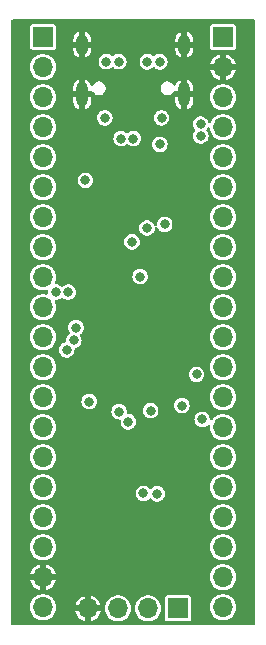
<source format=gbr>
%TF.GenerationSoftware,KiCad,Pcbnew,8.0.1*%
%TF.CreationDate,2024-05-13T17:31:10+07:00*%
%TF.ProjectId,greenpill-f411,67726565-6e70-4696-9c6c-2d663431312e,rev?*%
%TF.SameCoordinates,Original*%
%TF.FileFunction,Copper,L2,Inr*%
%TF.FilePolarity,Positive*%
%FSLAX46Y46*%
G04 Gerber Fmt 4.6, Leading zero omitted, Abs format (unit mm)*
G04 Created by KiCad (PCBNEW 8.0.1) date 2024-05-13 17:31:10*
%MOMM*%
%LPD*%
G01*
G04 APERTURE LIST*
%TA.AperFunction,ComponentPad*%
%ADD10R,1.700000X1.700000*%
%TD*%
%TA.AperFunction,ComponentPad*%
%ADD11O,1.700000X1.700000*%
%TD*%
%TA.AperFunction,ComponentPad*%
%ADD12O,1.000000X2.100000*%
%TD*%
%TA.AperFunction,ComponentPad*%
%ADD13O,1.000000X1.800000*%
%TD*%
%TA.AperFunction,ViaPad*%
%ADD14C,0.800000*%
%TD*%
G04 APERTURE END LIST*
D10*
%TO.N,+3V3*%
%TO.C,J7*%
X153974800Y-127124000D03*
D11*
%TO.N,/PA13*%
X151434800Y-127124000D03*
%TO.N,/PA14*%
X148894800Y-127124000D03*
%TO.N,GND*%
X146354800Y-127124000D03*
%TD*%
D12*
%TO.N,GND*%
%TO.C,J1*%
X154484800Y-83612830D03*
D13*
X154484800Y-79412830D03*
D12*
X145844800Y-83612830D03*
D13*
X145844800Y-79412830D03*
%TD*%
D10*
%TO.N,/PB12*%
%TO.C,J5*%
X142519400Y-78765400D03*
D11*
%TO.N,/PB13*%
X142519400Y-81305400D03*
%TO.N,/PB14*%
X142519400Y-83845400D03*
%TO.N,/PB15*%
X142519400Y-86385400D03*
%TO.N,/PA8*%
X142519400Y-88925400D03*
%TO.N,/PA9*%
X142519400Y-91465400D03*
%TO.N,/PA10*%
X142519400Y-94005400D03*
%TO.N,/USB_DN*%
X142519400Y-96545400D03*
%TO.N,/USB_DP*%
X142519400Y-99085400D03*
%TO.N,/PA15*%
X142519400Y-101625400D03*
%TO.N,/PB3*%
X142519400Y-104165400D03*
%TO.N,/PB4*%
X142519400Y-106705400D03*
%TO.N,/PB5*%
X142519400Y-109245400D03*
%TO.N,/PB6*%
X142519400Y-111785400D03*
%TO.N,/PB7*%
X142519400Y-114325400D03*
%TO.N,/PB8*%
X142519400Y-116865400D03*
%TO.N,/PB9*%
X142519400Y-119405400D03*
%TO.N,VCC*%
X142519400Y-121945400D03*
%TO.N,GND*%
X142519400Y-124485400D03*
%TO.N,+3V3*%
X142519400Y-127025400D03*
%TD*%
D10*
%TO.N,VCC*%
%TO.C,J6*%
X157784800Y-78765400D03*
D11*
%TO.N,GND*%
X157784800Y-81305400D03*
%TO.N,+3V3*%
X157784800Y-83845400D03*
%TO.N,/PB10*%
X157784800Y-86385400D03*
%TO.N,/PB2*%
X157784800Y-88925400D03*
%TO.N,/PB1*%
X157784800Y-91465400D03*
%TO.N,/PB0*%
X157784800Y-94005400D03*
%TO.N,/MEM_MOSI*%
X157784800Y-96545400D03*
%TO.N,/MEM_MISO*%
X157784800Y-99085400D03*
%TO.N,/MEM_CLK*%
X157784800Y-101625400D03*
%TO.N,/PA4*%
X157784800Y-104165400D03*
%TO.N,/PA3*%
X157784800Y-106705400D03*
%TO.N,/PA2*%
X157784800Y-109245400D03*
%TO.N,/PA1*%
X157784800Y-111785400D03*
%TO.N,/PA0*%
X157784800Y-114325400D03*
%TO.N,/~{NRST}*%
X157784800Y-116865400D03*
%TO.N,/PC15*%
X157784800Y-119405400D03*
%TO.N,/PC14*%
X157784800Y-121945400D03*
%TO.N,/PC13*%
X157784800Y-124485400D03*
%TO.N,/VB*%
X157784800Y-127025400D03*
%TD*%
D14*
%TO.N,GND*%
X151358600Y-105435400D03*
X158597600Y-113055399D03*
X155041600Y-124358400D03*
X148971000Y-105435400D03*
X158597600Y-82575399D03*
X158597600Y-110515399D03*
X158597600Y-125755399D03*
X158597600Y-105435399D03*
X150164800Y-106654600D03*
X141706600Y-110515399D03*
X143814800Y-127787400D03*
X141706600Y-102895399D03*
X141706600Y-87655399D03*
X158597600Y-107975399D03*
X152755600Y-97129600D03*
X158597600Y-92735399D03*
X141503400Y-80213200D03*
X158597600Y-87655399D03*
X149098000Y-99009200D03*
X158597600Y-85115399D03*
X141706600Y-95275399D03*
X141706600Y-118135399D03*
X141706600Y-82575399D03*
X143967200Y-102031800D03*
X158597600Y-123215399D03*
X158597600Y-90195399D03*
X141706600Y-107975399D03*
X141706600Y-120675399D03*
X141706600Y-97815399D03*
X158597600Y-97815399D03*
X158597600Y-118135399D03*
X158826200Y-80238600D03*
X158597600Y-95275399D03*
X151257000Y-87350600D03*
X151434800Y-113284000D03*
X158597600Y-115595399D03*
X141706600Y-105435399D03*
X141706600Y-90195399D03*
X158597600Y-102895399D03*
X158597600Y-100355399D03*
X153466800Y-119888000D03*
X141706600Y-100355399D03*
X141706600Y-113055399D03*
X141706600Y-125755399D03*
X141706600Y-115595399D03*
X156260800Y-126822200D03*
X158597600Y-120675399D03*
X152095200Y-93395800D03*
X141706600Y-123215399D03*
X141706600Y-92735399D03*
X141706600Y-85115399D03*
X150164800Y-104216200D03*
%TO.N,/~{NRST}*%
X151332800Y-94919800D03*
X154292600Y-109956600D03*
%TO.N,VCC*%
X152425400Y-87833200D03*
%TO.N,+3V3*%
X148971000Y-110464600D03*
X150749000Y-99034600D03*
X146118269Y-90885001D03*
X152831800Y-94615000D03*
X145131928Y-104441416D03*
X156006800Y-111125000D03*
%TO.N,VBAT*%
X152196800Y-117424200D03*
X149758400Y-111328200D03*
%TO.N,VBUS*%
X147764800Y-85598000D03*
X152564800Y-85598000D03*
%TO.N,/PA13*%
X145318841Y-103347159D03*
%TO.N,/PA14*%
X144529442Y-105239549D03*
%TO.N,/MEM_MISO*%
X155879305Y-86126149D03*
%TO.N,/PA4*%
X155883941Y-87126141D03*
%TO.N,/PA0*%
X155534800Y-107322800D03*
X151028400Y-117398800D03*
%TO.N,/PC13*%
X151645917Y-110381341D03*
%TO.N,/BOOT0*%
X150063200Y-96088200D03*
X146446818Y-109613800D03*
%TO.N,/D+*%
X151367000Y-80848200D03*
X147894473Y-80844136D03*
%TO.N,/D-*%
X148944473Y-80844136D03*
X152417000Y-80848200D03*
%TO.N,/USB_DP*%
X149140000Y-87350600D03*
X143620000Y-100355400D03*
%TO.N,/USB_DN*%
X144670000Y-100355400D03*
X150190200Y-87350600D03*
%TD*%
%TA.AperFunction,Conductor*%
%TO.N,GND*%
G36*
X160444921Y-77285402D02*
G01*
X160491414Y-77339058D01*
X160502800Y-77391400D01*
X160502800Y-128399400D01*
X160482798Y-128467521D01*
X160429142Y-128514014D01*
X160376800Y-128525400D01*
X139952800Y-128525400D01*
X139884679Y-128505398D01*
X139838186Y-128451742D01*
X139826800Y-128399400D01*
X139826800Y-127025404D01*
X141410168Y-127025404D01*
X141429054Y-127229219D01*
X141429055Y-127229221D01*
X141485072Y-127426101D01*
X141576312Y-127609335D01*
X141596586Y-127636183D01*
X141699666Y-127772684D01*
X141850936Y-127910585D01*
X142024966Y-128018340D01*
X142024968Y-128018340D01*
X142024973Y-128018344D01*
X142215844Y-128092288D01*
X142417053Y-128129900D01*
X142417055Y-128129900D01*
X142621745Y-128129900D01*
X142621747Y-128129900D01*
X142822956Y-128092288D01*
X143013827Y-128018344D01*
X143187862Y-127910586D01*
X143339132Y-127772685D01*
X143462488Y-127609335D01*
X143553728Y-127426101D01*
X143609745Y-127229221D01*
X143628632Y-127025400D01*
X143614232Y-126869999D01*
X145279250Y-126869999D01*
X145279251Y-126870000D01*
X145924097Y-126870000D01*
X145888875Y-126931007D01*
X145854800Y-127058174D01*
X145854800Y-127189826D01*
X145888875Y-127316993D01*
X145924097Y-127378000D01*
X145279251Y-127378000D01*
X145320938Y-127524514D01*
X145320940Y-127524519D01*
X145412140Y-127707672D01*
X145535437Y-127870946D01*
X145686638Y-128008784D01*
X145860596Y-128116493D01*
X145860603Y-128116496D01*
X146051382Y-128190405D01*
X146100799Y-128199642D01*
X146100800Y-128199642D01*
X146100800Y-127554702D01*
X146161807Y-127589925D01*
X146288974Y-127624000D01*
X146420626Y-127624000D01*
X146547793Y-127589925D01*
X146608800Y-127554702D01*
X146608800Y-128199642D01*
X146658217Y-128190405D01*
X146658218Y-128190405D01*
X146848996Y-128116496D01*
X146849003Y-128116493D01*
X147022961Y-128008784D01*
X147174162Y-127870946D01*
X147297459Y-127707672D01*
X147388659Y-127524519D01*
X147388661Y-127524514D01*
X147430349Y-127378000D01*
X146785503Y-127378000D01*
X146820725Y-127316993D01*
X146854800Y-127189826D01*
X146854800Y-127124004D01*
X147785568Y-127124004D01*
X147804454Y-127327819D01*
X147804455Y-127327821D01*
X147860472Y-127524701D01*
X147951712Y-127707935D01*
X147951713Y-127707936D01*
X148075066Y-127871284D01*
X148226336Y-128009185D01*
X148400366Y-128116940D01*
X148400368Y-128116940D01*
X148400373Y-128116944D01*
X148591244Y-128190888D01*
X148792453Y-128228500D01*
X148792455Y-128228500D01*
X148997145Y-128228500D01*
X148997147Y-128228500D01*
X149198356Y-128190888D01*
X149389227Y-128116944D01*
X149563262Y-128009186D01*
X149714532Y-127871285D01*
X149837888Y-127707935D01*
X149929128Y-127524701D01*
X149985145Y-127327821D01*
X150004032Y-127124004D01*
X150325568Y-127124004D01*
X150344454Y-127327819D01*
X150344455Y-127327821D01*
X150400472Y-127524701D01*
X150491712Y-127707935D01*
X150491713Y-127707936D01*
X150615066Y-127871284D01*
X150766336Y-128009185D01*
X150940366Y-128116940D01*
X150940368Y-128116940D01*
X150940373Y-128116944D01*
X151131244Y-128190888D01*
X151332453Y-128228500D01*
X151332455Y-128228500D01*
X151537145Y-128228500D01*
X151537147Y-128228500D01*
X151738356Y-128190888D01*
X151929227Y-128116944D01*
X152103262Y-128009186D01*
X152114366Y-127999063D01*
X152870300Y-127999063D01*
X152870301Y-127999073D01*
X152885065Y-128073300D01*
X152941316Y-128157484D01*
X153025497Y-128213733D01*
X153025499Y-128213734D01*
X153099733Y-128228500D01*
X154849866Y-128228499D01*
X154849869Y-128228498D01*
X154849873Y-128228498D01*
X154899126Y-128218701D01*
X154924101Y-128213734D01*
X155008284Y-128157484D01*
X155064534Y-128073301D01*
X155079300Y-127999067D01*
X155079299Y-127025404D01*
X156675568Y-127025404D01*
X156694454Y-127229219D01*
X156694455Y-127229221D01*
X156750472Y-127426101D01*
X156841712Y-127609335D01*
X156861986Y-127636183D01*
X156965066Y-127772684D01*
X157116336Y-127910585D01*
X157290366Y-128018340D01*
X157290368Y-128018340D01*
X157290373Y-128018344D01*
X157481244Y-128092288D01*
X157682453Y-128129900D01*
X157682455Y-128129900D01*
X157887145Y-128129900D01*
X157887147Y-128129900D01*
X158088356Y-128092288D01*
X158279227Y-128018344D01*
X158453262Y-127910586D01*
X158604532Y-127772685D01*
X158727888Y-127609335D01*
X158819128Y-127426101D01*
X158875145Y-127229221D01*
X158894032Y-127025400D01*
X158875145Y-126821579D01*
X158819128Y-126624699D01*
X158727888Y-126441465D01*
X158678991Y-126376715D01*
X158604533Y-126278115D01*
X158453263Y-126140214D01*
X158279233Y-126032459D01*
X158279228Y-126032457D01*
X158279227Y-126032456D01*
X158279222Y-126032454D01*
X158088359Y-125958513D01*
X158088360Y-125958513D01*
X158088357Y-125958512D01*
X158088356Y-125958512D01*
X157887147Y-125920900D01*
X157682453Y-125920900D01*
X157481244Y-125958512D01*
X157481239Y-125958513D01*
X157290377Y-126032454D01*
X157290366Y-126032459D01*
X157116336Y-126140214D01*
X156965066Y-126278115D01*
X156841713Y-126441463D01*
X156750471Y-126624701D01*
X156694454Y-126821580D01*
X156675568Y-127025395D01*
X156675568Y-127025404D01*
X155079299Y-127025404D01*
X155079299Y-126248934D01*
X155079298Y-126248930D01*
X155079298Y-126248926D01*
X155064534Y-126174699D01*
X155064533Y-126174697D01*
X155008284Y-126090516D01*
X155008283Y-126090515D01*
X154924102Y-126034266D01*
X154849867Y-126019500D01*
X153099736Y-126019500D01*
X153099726Y-126019501D01*
X153025499Y-126034265D01*
X152941315Y-126090516D01*
X152885066Y-126174697D01*
X152870300Y-126248930D01*
X152870300Y-127999063D01*
X152114366Y-127999063D01*
X152254532Y-127871285D01*
X152377888Y-127707935D01*
X152469128Y-127524701D01*
X152525145Y-127327821D01*
X152544032Y-127124000D01*
X152537932Y-127058174D01*
X152525145Y-126920180D01*
X152510868Y-126870000D01*
X152469128Y-126723299D01*
X152377888Y-126540065D01*
X152303429Y-126441465D01*
X152254533Y-126376715D01*
X152103263Y-126238814D01*
X151929233Y-126131059D01*
X151929228Y-126131057D01*
X151929227Y-126131056D01*
X151929222Y-126131054D01*
X151738359Y-126057113D01*
X151738360Y-126057113D01*
X151738357Y-126057112D01*
X151738356Y-126057112D01*
X151537147Y-126019500D01*
X151332453Y-126019500D01*
X151178080Y-126048357D01*
X151131239Y-126057113D01*
X150940377Y-126131054D01*
X150940366Y-126131059D01*
X150766336Y-126238814D01*
X150615066Y-126376715D01*
X150491713Y-126540063D01*
X150400471Y-126723301D01*
X150344454Y-126920180D01*
X150325568Y-127123995D01*
X150325568Y-127124004D01*
X150004032Y-127124004D01*
X150004032Y-127124000D01*
X149997932Y-127058174D01*
X149985145Y-126920180D01*
X149970868Y-126870000D01*
X149929128Y-126723299D01*
X149837888Y-126540065D01*
X149763429Y-126441465D01*
X149714533Y-126376715D01*
X149563263Y-126238814D01*
X149389233Y-126131059D01*
X149389228Y-126131057D01*
X149389227Y-126131056D01*
X149389222Y-126131054D01*
X149198359Y-126057113D01*
X149198360Y-126057113D01*
X149198357Y-126057112D01*
X149198356Y-126057112D01*
X148997147Y-126019500D01*
X148792453Y-126019500D01*
X148638080Y-126048357D01*
X148591239Y-126057113D01*
X148400377Y-126131054D01*
X148400366Y-126131059D01*
X148226336Y-126238814D01*
X148075066Y-126376715D01*
X147951713Y-126540063D01*
X147860471Y-126723301D01*
X147804454Y-126920180D01*
X147785568Y-127123995D01*
X147785568Y-127124004D01*
X146854800Y-127124004D01*
X146854800Y-127058174D01*
X146820725Y-126931007D01*
X146785503Y-126870000D01*
X147430349Y-126870000D01*
X147430349Y-126869999D01*
X147388661Y-126723485D01*
X147388659Y-126723480D01*
X147297459Y-126540327D01*
X147174162Y-126377053D01*
X147022961Y-126239215D01*
X146849003Y-126131506D01*
X146848996Y-126131503D01*
X146658224Y-126057596D01*
X146608800Y-126048357D01*
X146608800Y-126693297D01*
X146547793Y-126658075D01*
X146420626Y-126624000D01*
X146288974Y-126624000D01*
X146161807Y-126658075D01*
X146100800Y-126693297D01*
X146100800Y-126048357D01*
X146051375Y-126057596D01*
X145860603Y-126131503D01*
X145860596Y-126131506D01*
X145686638Y-126239215D01*
X145535437Y-126377053D01*
X145412140Y-126540327D01*
X145320940Y-126723480D01*
X145320938Y-126723485D01*
X145279250Y-126869999D01*
X143614232Y-126869999D01*
X143609745Y-126821579D01*
X143553728Y-126624699D01*
X143462488Y-126441465D01*
X143413591Y-126376715D01*
X143339133Y-126278115D01*
X143187863Y-126140214D01*
X143013833Y-126032459D01*
X143013828Y-126032457D01*
X143013827Y-126032456D01*
X143013822Y-126032454D01*
X142822959Y-125958513D01*
X142822960Y-125958513D01*
X142822957Y-125958512D01*
X142822956Y-125958512D01*
X142621747Y-125920900D01*
X142417053Y-125920900D01*
X142215844Y-125958512D01*
X142215839Y-125958513D01*
X142024977Y-126032454D01*
X142024966Y-126032459D01*
X141850936Y-126140214D01*
X141699666Y-126278115D01*
X141576313Y-126441463D01*
X141485071Y-126624701D01*
X141429054Y-126821580D01*
X141410168Y-127025395D01*
X141410168Y-127025404D01*
X139826800Y-127025404D01*
X139826800Y-124231399D01*
X141443850Y-124231399D01*
X141443851Y-124231400D01*
X142088697Y-124231400D01*
X142053475Y-124292407D01*
X142019400Y-124419574D01*
X142019400Y-124551226D01*
X142053475Y-124678393D01*
X142088697Y-124739400D01*
X141443851Y-124739400D01*
X141485538Y-124885914D01*
X141485540Y-124885919D01*
X141576740Y-125069072D01*
X141700037Y-125232346D01*
X141851238Y-125370184D01*
X142025196Y-125477893D01*
X142025203Y-125477896D01*
X142215982Y-125551805D01*
X142265399Y-125561042D01*
X142265400Y-125561042D01*
X142265400Y-124916102D01*
X142326407Y-124951325D01*
X142453574Y-124985400D01*
X142585226Y-124985400D01*
X142712393Y-124951325D01*
X142773400Y-124916102D01*
X142773400Y-125561042D01*
X142822817Y-125551805D01*
X142822818Y-125551805D01*
X143013596Y-125477896D01*
X143013603Y-125477893D01*
X143187561Y-125370184D01*
X143338762Y-125232346D01*
X143462059Y-125069072D01*
X143553259Y-124885919D01*
X143553261Y-124885914D01*
X143594949Y-124739400D01*
X142950103Y-124739400D01*
X142985325Y-124678393D01*
X143019400Y-124551226D01*
X143019400Y-124485404D01*
X156675568Y-124485404D01*
X156694454Y-124689219D01*
X156694455Y-124689221D01*
X156750472Y-124886101D01*
X156841712Y-125069335D01*
X156841713Y-125069336D01*
X156965066Y-125232684D01*
X157116336Y-125370585D01*
X157290366Y-125478340D01*
X157290368Y-125478340D01*
X157290373Y-125478344D01*
X157481244Y-125552288D01*
X157682453Y-125589900D01*
X157682455Y-125589900D01*
X157887145Y-125589900D01*
X157887147Y-125589900D01*
X158088356Y-125552288D01*
X158279227Y-125478344D01*
X158453262Y-125370586D01*
X158604532Y-125232685D01*
X158727888Y-125069335D01*
X158819128Y-124886101D01*
X158875145Y-124689221D01*
X158894032Y-124485400D01*
X158887932Y-124419574D01*
X158875145Y-124281580D01*
X158860868Y-124231400D01*
X158819128Y-124084699D01*
X158727888Y-123901465D01*
X158687338Y-123847768D01*
X158604533Y-123738115D01*
X158453263Y-123600214D01*
X158279233Y-123492459D01*
X158279228Y-123492457D01*
X158279227Y-123492456D01*
X158279222Y-123492454D01*
X158088359Y-123418513D01*
X158088360Y-123418513D01*
X158088357Y-123418512D01*
X158088356Y-123418512D01*
X157887147Y-123380900D01*
X157682453Y-123380900D01*
X157528080Y-123409757D01*
X157481239Y-123418513D01*
X157290377Y-123492454D01*
X157290366Y-123492459D01*
X157116336Y-123600214D01*
X156965066Y-123738115D01*
X156841713Y-123901463D01*
X156750471Y-124084701D01*
X156694454Y-124281580D01*
X156675568Y-124485395D01*
X156675568Y-124485404D01*
X143019400Y-124485404D01*
X143019400Y-124419574D01*
X142985325Y-124292407D01*
X142950103Y-124231400D01*
X143594949Y-124231400D01*
X143594949Y-124231399D01*
X143553261Y-124084885D01*
X143553259Y-124084880D01*
X143462059Y-123901727D01*
X143338762Y-123738453D01*
X143187561Y-123600615D01*
X143013603Y-123492906D01*
X143013596Y-123492903D01*
X142822824Y-123418996D01*
X142773400Y-123409757D01*
X142773400Y-124054697D01*
X142712393Y-124019475D01*
X142585226Y-123985400D01*
X142453574Y-123985400D01*
X142326407Y-124019475D01*
X142265400Y-124054697D01*
X142265400Y-123409757D01*
X142215975Y-123418996D01*
X142025203Y-123492903D01*
X142025196Y-123492906D01*
X141851238Y-123600615D01*
X141700037Y-123738453D01*
X141576740Y-123901727D01*
X141485540Y-124084880D01*
X141485538Y-124084885D01*
X141443850Y-124231399D01*
X139826800Y-124231399D01*
X139826800Y-121945404D01*
X141410168Y-121945404D01*
X141429054Y-122149219D01*
X141429055Y-122149221D01*
X141485072Y-122346101D01*
X141576312Y-122529335D01*
X141576313Y-122529336D01*
X141699666Y-122692684D01*
X141850936Y-122830585D01*
X142024966Y-122938340D01*
X142024968Y-122938340D01*
X142024973Y-122938344D01*
X142215844Y-123012288D01*
X142417053Y-123049900D01*
X142417055Y-123049900D01*
X142621745Y-123049900D01*
X142621747Y-123049900D01*
X142822956Y-123012288D01*
X143013827Y-122938344D01*
X143187862Y-122830586D01*
X143339132Y-122692685D01*
X143462488Y-122529335D01*
X143553728Y-122346101D01*
X143609745Y-122149221D01*
X143628632Y-121945404D01*
X156675568Y-121945404D01*
X156694454Y-122149219D01*
X156694455Y-122149221D01*
X156750472Y-122346101D01*
X156841712Y-122529335D01*
X156841713Y-122529336D01*
X156965066Y-122692684D01*
X157116336Y-122830585D01*
X157290366Y-122938340D01*
X157290368Y-122938340D01*
X157290373Y-122938344D01*
X157481244Y-123012288D01*
X157682453Y-123049900D01*
X157682455Y-123049900D01*
X157887145Y-123049900D01*
X157887147Y-123049900D01*
X158088356Y-123012288D01*
X158279227Y-122938344D01*
X158453262Y-122830586D01*
X158604532Y-122692685D01*
X158727888Y-122529335D01*
X158819128Y-122346101D01*
X158875145Y-122149221D01*
X158894032Y-121945400D01*
X158875145Y-121741579D01*
X158819128Y-121544699D01*
X158727888Y-121361465D01*
X158687338Y-121307768D01*
X158604533Y-121198115D01*
X158453263Y-121060214D01*
X158279233Y-120952459D01*
X158279228Y-120952457D01*
X158279227Y-120952456D01*
X158088359Y-120878513D01*
X158088360Y-120878513D01*
X158088357Y-120878512D01*
X158088356Y-120878512D01*
X157887147Y-120840900D01*
X157682453Y-120840900D01*
X157481244Y-120878512D01*
X157481239Y-120878513D01*
X157290377Y-120952454D01*
X157290366Y-120952459D01*
X157116336Y-121060214D01*
X156965066Y-121198115D01*
X156841713Y-121361463D01*
X156750471Y-121544701D01*
X156694454Y-121741580D01*
X156675568Y-121945395D01*
X156675568Y-121945404D01*
X143628632Y-121945404D01*
X143628632Y-121945400D01*
X143609745Y-121741579D01*
X143553728Y-121544699D01*
X143462488Y-121361465D01*
X143421938Y-121307768D01*
X143339133Y-121198115D01*
X143187863Y-121060214D01*
X143013833Y-120952459D01*
X143013828Y-120952457D01*
X143013827Y-120952456D01*
X142822959Y-120878513D01*
X142822960Y-120878513D01*
X142822957Y-120878512D01*
X142822956Y-120878512D01*
X142621747Y-120840900D01*
X142417053Y-120840900D01*
X142215844Y-120878512D01*
X142215839Y-120878513D01*
X142024977Y-120952454D01*
X142024966Y-120952459D01*
X141850936Y-121060214D01*
X141699666Y-121198115D01*
X141576313Y-121361463D01*
X141485071Y-121544701D01*
X141429054Y-121741580D01*
X141410168Y-121945395D01*
X141410168Y-121945404D01*
X139826800Y-121945404D01*
X139826800Y-119405404D01*
X141410168Y-119405404D01*
X141429054Y-119609219D01*
X141429055Y-119609221D01*
X141485072Y-119806101D01*
X141576312Y-119989335D01*
X141576313Y-119989336D01*
X141699666Y-120152684D01*
X141850936Y-120290585D01*
X142024966Y-120398340D01*
X142024968Y-120398340D01*
X142024973Y-120398344D01*
X142215844Y-120472288D01*
X142417053Y-120509900D01*
X142417055Y-120509900D01*
X142621745Y-120509900D01*
X142621747Y-120509900D01*
X142822956Y-120472288D01*
X143013827Y-120398344D01*
X143187862Y-120290586D01*
X143339132Y-120152685D01*
X143462488Y-119989335D01*
X143553728Y-119806101D01*
X143609745Y-119609221D01*
X143628632Y-119405404D01*
X156675568Y-119405404D01*
X156694454Y-119609219D01*
X156694455Y-119609221D01*
X156750472Y-119806101D01*
X156841712Y-119989335D01*
X156841713Y-119989336D01*
X156965066Y-120152684D01*
X157116336Y-120290585D01*
X157290366Y-120398340D01*
X157290368Y-120398340D01*
X157290373Y-120398344D01*
X157481244Y-120472288D01*
X157682453Y-120509900D01*
X157682455Y-120509900D01*
X157887145Y-120509900D01*
X157887147Y-120509900D01*
X158088356Y-120472288D01*
X158279227Y-120398344D01*
X158453262Y-120290586D01*
X158604532Y-120152685D01*
X158727888Y-119989335D01*
X158819128Y-119806101D01*
X158875145Y-119609221D01*
X158894032Y-119405400D01*
X158875145Y-119201579D01*
X158819128Y-119004699D01*
X158727888Y-118821465D01*
X158687338Y-118767768D01*
X158604533Y-118658115D01*
X158453263Y-118520214D01*
X158279233Y-118412459D01*
X158279228Y-118412457D01*
X158279227Y-118412456D01*
X158088359Y-118338513D01*
X158088360Y-118338513D01*
X158088357Y-118338512D01*
X158088356Y-118338512D01*
X157887147Y-118300900D01*
X157682453Y-118300900D01*
X157481244Y-118338512D01*
X157481239Y-118338513D01*
X157290377Y-118412454D01*
X157290366Y-118412459D01*
X157116336Y-118520214D01*
X156965066Y-118658115D01*
X156841713Y-118821463D01*
X156750471Y-119004701D01*
X156694454Y-119201580D01*
X156675568Y-119405395D01*
X156675568Y-119405404D01*
X143628632Y-119405404D01*
X143628632Y-119405400D01*
X143609745Y-119201579D01*
X143553728Y-119004699D01*
X143462488Y-118821465D01*
X143421938Y-118767768D01*
X143339133Y-118658115D01*
X143187863Y-118520214D01*
X143013833Y-118412459D01*
X143013828Y-118412457D01*
X143013827Y-118412456D01*
X142822959Y-118338513D01*
X142822960Y-118338513D01*
X142822957Y-118338512D01*
X142822956Y-118338512D01*
X142621747Y-118300900D01*
X142417053Y-118300900D01*
X142215844Y-118338512D01*
X142215839Y-118338513D01*
X142024977Y-118412454D01*
X142024966Y-118412459D01*
X141850936Y-118520214D01*
X141699666Y-118658115D01*
X141576313Y-118821463D01*
X141485071Y-119004701D01*
X141429054Y-119201580D01*
X141410168Y-119405395D01*
X141410168Y-119405404D01*
X139826800Y-119405404D01*
X139826800Y-116865404D01*
X141410168Y-116865404D01*
X141429054Y-117069219D01*
X141429055Y-117069221D01*
X141485072Y-117266101D01*
X141576312Y-117449335D01*
X141576313Y-117449336D01*
X141699666Y-117612684D01*
X141850936Y-117750585D01*
X142024966Y-117858340D01*
X142024968Y-117858340D01*
X142024973Y-117858344D01*
X142215844Y-117932288D01*
X142417053Y-117969900D01*
X142417055Y-117969900D01*
X142621745Y-117969900D01*
X142621747Y-117969900D01*
X142822956Y-117932288D01*
X143013827Y-117858344D01*
X143187862Y-117750586D01*
X143339132Y-117612685D01*
X143462488Y-117449335D01*
X143487650Y-117398803D01*
X150369093Y-117398803D01*
X150388249Y-117556579D01*
X150444612Y-117705192D01*
X150444615Y-117705198D01*
X150458771Y-117725706D01*
X150534902Y-117836001D01*
X150653871Y-117941399D01*
X150653872Y-117941399D01*
X150653874Y-117941401D01*
X150702270Y-117966801D01*
X150794607Y-118015263D01*
X150948929Y-118053300D01*
X150948930Y-118053300D01*
X151107870Y-118053300D01*
X151107871Y-118053300D01*
X151262193Y-118015263D01*
X151402929Y-117941399D01*
X151517131Y-117840223D01*
X151581382Y-117810024D01*
X151651762Y-117819355D01*
X151696971Y-117856823D01*
X151698246Y-117855694D01*
X151703299Y-117861397D01*
X151703302Y-117861401D01*
X151822271Y-117966799D01*
X151822272Y-117966799D01*
X151822274Y-117966801D01*
X151828179Y-117969900D01*
X151963007Y-118040663D01*
X152117329Y-118078700D01*
X152117330Y-118078700D01*
X152276270Y-118078700D01*
X152276271Y-118078700D01*
X152430593Y-118040663D01*
X152571329Y-117966799D01*
X152690298Y-117861401D01*
X152780587Y-117730595D01*
X152836949Y-117581982D01*
X152836949Y-117581981D01*
X152836950Y-117581979D01*
X152856107Y-117424203D01*
X152856107Y-117424196D01*
X152836950Y-117266420D01*
X152823338Y-117230531D01*
X152780587Y-117117805D01*
X152690298Y-116986999D01*
X152571329Y-116881601D01*
X152571328Y-116881600D01*
X152571325Y-116881598D01*
X152540470Y-116865404D01*
X156675568Y-116865404D01*
X156694454Y-117069219D01*
X156694455Y-117069221D01*
X156750472Y-117266101D01*
X156841712Y-117449335D01*
X156841713Y-117449336D01*
X156965066Y-117612684D01*
X157116336Y-117750585D01*
X157290366Y-117858340D01*
X157290368Y-117858340D01*
X157290373Y-117858344D01*
X157481244Y-117932288D01*
X157682453Y-117969900D01*
X157682455Y-117969900D01*
X157887145Y-117969900D01*
X157887147Y-117969900D01*
X158088356Y-117932288D01*
X158279227Y-117858344D01*
X158453262Y-117750586D01*
X158604532Y-117612685D01*
X158727888Y-117449335D01*
X158819128Y-117266101D01*
X158875145Y-117069221D01*
X158882764Y-116986999D01*
X158894032Y-116865404D01*
X158894032Y-116865395D01*
X158875145Y-116661580D01*
X158875145Y-116661579D01*
X158819128Y-116464699D01*
X158727888Y-116281465D01*
X158687338Y-116227768D01*
X158604533Y-116118115D01*
X158453263Y-115980214D01*
X158279233Y-115872459D01*
X158279228Y-115872457D01*
X158279227Y-115872456D01*
X158088359Y-115798513D01*
X158088360Y-115798513D01*
X158088357Y-115798512D01*
X158088356Y-115798512D01*
X157887147Y-115760900D01*
X157682453Y-115760900D01*
X157481244Y-115798512D01*
X157481239Y-115798513D01*
X157290377Y-115872454D01*
X157290366Y-115872459D01*
X157116336Y-115980214D01*
X156965066Y-116118115D01*
X156841713Y-116281463D01*
X156750471Y-116464701D01*
X156694454Y-116661580D01*
X156675568Y-116865395D01*
X156675568Y-116865404D01*
X152540470Y-116865404D01*
X152430597Y-116807739D01*
X152430595Y-116807738D01*
X152430593Y-116807737D01*
X152430591Y-116807736D01*
X152430590Y-116807736D01*
X152276272Y-116769700D01*
X152276271Y-116769700D01*
X152117329Y-116769700D01*
X152117327Y-116769700D01*
X151963009Y-116807736D01*
X151963002Y-116807739D01*
X151822274Y-116881598D01*
X151822270Y-116881602D01*
X151708069Y-116982775D01*
X151643816Y-117012975D01*
X151573436Y-117003644D01*
X151528229Y-116966176D01*
X151526954Y-116967306D01*
X151521899Y-116961601D01*
X151521898Y-116961599D01*
X151402929Y-116856201D01*
X151402928Y-116856200D01*
X151402925Y-116856198D01*
X151262197Y-116782339D01*
X151262195Y-116782338D01*
X151262193Y-116782337D01*
X151262191Y-116782336D01*
X151262190Y-116782336D01*
X151107872Y-116744300D01*
X151107871Y-116744300D01*
X150948929Y-116744300D01*
X150948927Y-116744300D01*
X150794609Y-116782336D01*
X150794602Y-116782339D01*
X150653874Y-116856198D01*
X150653869Y-116856202D01*
X150534901Y-116961600D01*
X150444615Y-117092401D01*
X150444612Y-117092407D01*
X150388249Y-117241020D01*
X150369093Y-117398796D01*
X150369093Y-117398803D01*
X143487650Y-117398803D01*
X143553728Y-117266101D01*
X143609745Y-117069221D01*
X143617364Y-116986999D01*
X143628632Y-116865404D01*
X143628632Y-116865395D01*
X143609745Y-116661580D01*
X143609745Y-116661579D01*
X143553728Y-116464699D01*
X143462488Y-116281465D01*
X143421938Y-116227768D01*
X143339133Y-116118115D01*
X143187863Y-115980214D01*
X143013833Y-115872459D01*
X143013828Y-115872457D01*
X143013827Y-115872456D01*
X142822959Y-115798513D01*
X142822960Y-115798513D01*
X142822957Y-115798512D01*
X142822956Y-115798512D01*
X142621747Y-115760900D01*
X142417053Y-115760900D01*
X142215844Y-115798512D01*
X142215839Y-115798513D01*
X142024977Y-115872454D01*
X142024966Y-115872459D01*
X141850936Y-115980214D01*
X141699666Y-116118115D01*
X141576313Y-116281463D01*
X141485071Y-116464701D01*
X141429054Y-116661580D01*
X141410168Y-116865395D01*
X141410168Y-116865404D01*
X139826800Y-116865404D01*
X139826800Y-114325404D01*
X141410168Y-114325404D01*
X141429054Y-114529219D01*
X141429055Y-114529221D01*
X141485072Y-114726101D01*
X141576312Y-114909335D01*
X141576313Y-114909336D01*
X141699666Y-115072684D01*
X141850936Y-115210585D01*
X142024966Y-115318340D01*
X142024968Y-115318340D01*
X142024973Y-115318344D01*
X142215844Y-115392288D01*
X142417053Y-115429900D01*
X142417055Y-115429900D01*
X142621745Y-115429900D01*
X142621747Y-115429900D01*
X142822956Y-115392288D01*
X143013827Y-115318344D01*
X143187862Y-115210586D01*
X143339132Y-115072685D01*
X143462488Y-114909335D01*
X143553728Y-114726101D01*
X143609745Y-114529221D01*
X143628632Y-114325404D01*
X156675568Y-114325404D01*
X156694454Y-114529219D01*
X156694455Y-114529221D01*
X156750472Y-114726101D01*
X156841712Y-114909335D01*
X156841713Y-114909336D01*
X156965066Y-115072684D01*
X157116336Y-115210585D01*
X157290366Y-115318340D01*
X157290368Y-115318340D01*
X157290373Y-115318344D01*
X157481244Y-115392288D01*
X157682453Y-115429900D01*
X157682455Y-115429900D01*
X157887145Y-115429900D01*
X157887147Y-115429900D01*
X158088356Y-115392288D01*
X158279227Y-115318344D01*
X158453262Y-115210586D01*
X158604532Y-115072685D01*
X158727888Y-114909335D01*
X158819128Y-114726101D01*
X158875145Y-114529221D01*
X158894032Y-114325400D01*
X158875145Y-114121579D01*
X158819128Y-113924699D01*
X158727888Y-113741465D01*
X158687338Y-113687768D01*
X158604533Y-113578115D01*
X158453263Y-113440214D01*
X158279233Y-113332459D01*
X158279228Y-113332457D01*
X158279227Y-113332456D01*
X158088359Y-113258513D01*
X158088360Y-113258513D01*
X158088357Y-113258512D01*
X158088356Y-113258512D01*
X157887147Y-113220900D01*
X157682453Y-113220900D01*
X157481244Y-113258512D01*
X157481239Y-113258513D01*
X157290377Y-113332454D01*
X157290366Y-113332459D01*
X157116336Y-113440214D01*
X156965066Y-113578115D01*
X156841713Y-113741463D01*
X156750471Y-113924701D01*
X156694454Y-114121580D01*
X156675568Y-114325395D01*
X156675568Y-114325404D01*
X143628632Y-114325404D01*
X143628632Y-114325400D01*
X143609745Y-114121579D01*
X143553728Y-113924699D01*
X143462488Y-113741465D01*
X143421938Y-113687768D01*
X143339133Y-113578115D01*
X143187863Y-113440214D01*
X143013833Y-113332459D01*
X143013828Y-113332457D01*
X143013827Y-113332456D01*
X142822959Y-113258513D01*
X142822960Y-113258513D01*
X142822957Y-113258512D01*
X142822956Y-113258512D01*
X142621747Y-113220900D01*
X142417053Y-113220900D01*
X142215844Y-113258512D01*
X142215839Y-113258513D01*
X142024977Y-113332454D01*
X142024966Y-113332459D01*
X141850936Y-113440214D01*
X141699666Y-113578115D01*
X141576313Y-113741463D01*
X141485071Y-113924701D01*
X141429054Y-114121580D01*
X141410168Y-114325395D01*
X141410168Y-114325404D01*
X139826800Y-114325404D01*
X139826800Y-111785404D01*
X141410168Y-111785404D01*
X141429054Y-111989219D01*
X141429055Y-111989221D01*
X141485072Y-112186101D01*
X141576312Y-112369335D01*
X141576313Y-112369336D01*
X141699666Y-112532684D01*
X141850936Y-112670585D01*
X142024966Y-112778340D01*
X142024968Y-112778340D01*
X142024973Y-112778344D01*
X142215844Y-112852288D01*
X142417053Y-112889900D01*
X142417055Y-112889900D01*
X142621745Y-112889900D01*
X142621747Y-112889900D01*
X142822956Y-112852288D01*
X143013827Y-112778344D01*
X143187862Y-112670586D01*
X143339132Y-112532685D01*
X143462488Y-112369335D01*
X143553728Y-112186101D01*
X143609745Y-111989221D01*
X143628632Y-111785400D01*
X143628085Y-111779500D01*
X143609745Y-111581580D01*
X143604576Y-111563413D01*
X143553728Y-111384699D01*
X143462488Y-111201465D01*
X143404747Y-111125003D01*
X143339133Y-111038115D01*
X143187863Y-110900214D01*
X143013833Y-110792459D01*
X143013828Y-110792457D01*
X143013827Y-110792456D01*
X142822959Y-110718513D01*
X142822960Y-110718513D01*
X142822957Y-110718512D01*
X142822956Y-110718512D01*
X142621747Y-110680900D01*
X142417053Y-110680900D01*
X142252088Y-110711737D01*
X142215839Y-110718513D01*
X142024977Y-110792454D01*
X142024966Y-110792459D01*
X141850936Y-110900214D01*
X141699666Y-111038115D01*
X141576313Y-111201463D01*
X141485071Y-111384701D01*
X141429054Y-111581580D01*
X141410168Y-111785395D01*
X141410168Y-111785404D01*
X139826800Y-111785404D01*
X139826800Y-110464603D01*
X148311693Y-110464603D01*
X148330849Y-110622379D01*
X148367309Y-110718513D01*
X148387213Y-110770995D01*
X148477502Y-110901801D01*
X148596471Y-111007199D01*
X148596472Y-111007199D01*
X148596474Y-111007201D01*
X148624300Y-111021805D01*
X148737207Y-111081063D01*
X148891529Y-111119100D01*
X148891530Y-111119100D01*
X148982257Y-111119100D01*
X149050378Y-111139102D01*
X149096871Y-111192758D01*
X149107338Y-111260286D01*
X149099093Y-111328194D01*
X149099093Y-111328203D01*
X149118249Y-111485979D01*
X149147157Y-111562201D01*
X149174613Y-111634595D01*
X149264902Y-111765401D01*
X149383871Y-111870799D01*
X149383872Y-111870799D01*
X149383874Y-111870801D01*
X149458600Y-111910020D01*
X149524607Y-111944663D01*
X149678929Y-111982700D01*
X149678930Y-111982700D01*
X149837870Y-111982700D01*
X149837871Y-111982700D01*
X149992193Y-111944663D01*
X150132929Y-111870799D01*
X150251898Y-111765401D01*
X150342187Y-111634595D01*
X150398549Y-111485982D01*
X150398549Y-111485981D01*
X150398550Y-111485979D01*
X150417707Y-111328203D01*
X150417707Y-111328196D01*
X150398550Y-111170420D01*
X150381325Y-111125003D01*
X155347493Y-111125003D01*
X155366649Y-111282779D01*
X155383877Y-111328203D01*
X155423013Y-111431395D01*
X155513302Y-111562201D01*
X155632271Y-111667599D01*
X155632272Y-111667599D01*
X155632274Y-111667601D01*
X155707000Y-111706820D01*
X155773007Y-111741463D01*
X155927329Y-111779500D01*
X155927330Y-111779500D01*
X156086270Y-111779500D01*
X156086271Y-111779500D01*
X156240593Y-111741463D01*
X156381329Y-111667599D01*
X156475372Y-111584283D01*
X156539623Y-111554082D01*
X156610004Y-111563413D01*
X156664168Y-111609313D01*
X156684917Y-111677210D01*
X156684388Y-111690215D01*
X156675569Y-111785395D01*
X156675568Y-111785405D01*
X156694454Y-111989219D01*
X156694455Y-111989221D01*
X156750472Y-112186101D01*
X156841712Y-112369335D01*
X156841713Y-112369336D01*
X156965066Y-112532684D01*
X157116336Y-112670585D01*
X157290366Y-112778340D01*
X157290368Y-112778340D01*
X157290373Y-112778344D01*
X157481244Y-112852288D01*
X157682453Y-112889900D01*
X157682455Y-112889900D01*
X157887145Y-112889900D01*
X157887147Y-112889900D01*
X158088356Y-112852288D01*
X158279227Y-112778344D01*
X158453262Y-112670586D01*
X158604532Y-112532685D01*
X158727888Y-112369335D01*
X158819128Y-112186101D01*
X158875145Y-111989221D01*
X158894032Y-111785400D01*
X158893485Y-111779500D01*
X158875145Y-111581580D01*
X158869976Y-111563413D01*
X158819128Y-111384699D01*
X158727888Y-111201465D01*
X158670147Y-111125003D01*
X158604533Y-111038115D01*
X158453263Y-110900214D01*
X158279233Y-110792459D01*
X158279228Y-110792457D01*
X158279227Y-110792456D01*
X158088359Y-110718513D01*
X158088360Y-110718513D01*
X158088357Y-110718512D01*
X158088356Y-110718512D01*
X157887147Y-110680900D01*
X157682453Y-110680900D01*
X157517488Y-110711737D01*
X157481239Y-110718513D01*
X157290377Y-110792454D01*
X157290366Y-110792459D01*
X157116336Y-110900214D01*
X156965066Y-111038115D01*
X156886453Y-111142217D01*
X156829439Y-111184525D01*
X156758603Y-111189292D01*
X156696434Y-111155005D01*
X156662671Y-111092551D01*
X156660822Y-111081472D01*
X156646950Y-110967220D01*
X156622139Y-110901801D01*
X156590587Y-110818605D01*
X156500298Y-110687799D01*
X156381329Y-110582401D01*
X156381328Y-110582400D01*
X156381325Y-110582398D01*
X156240597Y-110508539D01*
X156240595Y-110508538D01*
X156240593Y-110508537D01*
X156240591Y-110508536D01*
X156240590Y-110508536D01*
X156086272Y-110470500D01*
X156086271Y-110470500D01*
X155927329Y-110470500D01*
X155927327Y-110470500D01*
X155773009Y-110508536D01*
X155773002Y-110508539D01*
X155632274Y-110582398D01*
X155632269Y-110582402D01*
X155587145Y-110622379D01*
X155513377Y-110687733D01*
X155513301Y-110687800D01*
X155423015Y-110818601D01*
X155423012Y-110818607D01*
X155366649Y-110967220D01*
X155347493Y-111124996D01*
X155347493Y-111125003D01*
X150381325Y-111125003D01*
X150381324Y-111125000D01*
X150342187Y-111021805D01*
X150251898Y-110890999D01*
X150132929Y-110785601D01*
X150132928Y-110785600D01*
X150132925Y-110785598D01*
X149992197Y-110711739D01*
X149992195Y-110711738D01*
X149992193Y-110711737D01*
X149992191Y-110711736D01*
X149992190Y-110711736D01*
X149837872Y-110673700D01*
X149837871Y-110673700D01*
X149747143Y-110673700D01*
X149679022Y-110653698D01*
X149632529Y-110600042D01*
X149622062Y-110532514D01*
X149630307Y-110464605D01*
X149630307Y-110464596D01*
X149620199Y-110381344D01*
X150986610Y-110381344D01*
X151005766Y-110539120D01*
X151037343Y-110622379D01*
X151062130Y-110687736D01*
X151152419Y-110818542D01*
X151271388Y-110923940D01*
X151271389Y-110923940D01*
X151271391Y-110923942D01*
X151346117Y-110963161D01*
X151412124Y-110997804D01*
X151566446Y-111035841D01*
X151566447Y-111035841D01*
X151725387Y-111035841D01*
X151725388Y-111035841D01*
X151879710Y-110997804D01*
X152020446Y-110923940D01*
X152139415Y-110818542D01*
X152229704Y-110687736D01*
X152286066Y-110539123D01*
X152286066Y-110539122D01*
X152286067Y-110539120D01*
X152305224Y-110381344D01*
X152305224Y-110381337D01*
X152286067Y-110223561D01*
X152260595Y-110156399D01*
X152229704Y-110074946D01*
X152148018Y-109956603D01*
X153633293Y-109956603D01*
X153652449Y-110114379D01*
X153699464Y-110238344D01*
X153708813Y-110262995D01*
X153799102Y-110393801D01*
X153918071Y-110499199D01*
X153918072Y-110499199D01*
X153918074Y-110499201D01*
X153981547Y-110532514D01*
X154058807Y-110573063D01*
X154213129Y-110611100D01*
X154213130Y-110611100D01*
X154372070Y-110611100D01*
X154372071Y-110611100D01*
X154526393Y-110573063D01*
X154667129Y-110499199D01*
X154786098Y-110393801D01*
X154876387Y-110262995D01*
X154932749Y-110114382D01*
X154932749Y-110114381D01*
X154932750Y-110114379D01*
X154951907Y-109956603D01*
X154951907Y-109956596D01*
X154932750Y-109798820D01*
X154905451Y-109726841D01*
X154876387Y-109650205D01*
X154786098Y-109519399D01*
X154667129Y-109414001D01*
X154667128Y-109414000D01*
X154667125Y-109413998D01*
X154526397Y-109340139D01*
X154526395Y-109340138D01*
X154526393Y-109340137D01*
X154526391Y-109340136D01*
X154526390Y-109340136D01*
X154372072Y-109302100D01*
X154372071Y-109302100D01*
X154213129Y-109302100D01*
X154213127Y-109302100D01*
X154058809Y-109340136D01*
X154058802Y-109340139D01*
X153918074Y-109413998D01*
X153918069Y-109414002D01*
X153799101Y-109519400D01*
X153708815Y-109650201D01*
X153708812Y-109650207D01*
X153652449Y-109798820D01*
X153633293Y-109956596D01*
X153633293Y-109956603D01*
X152148018Y-109956603D01*
X152139415Y-109944140D01*
X152020446Y-109838742D01*
X152020445Y-109838741D01*
X152020442Y-109838739D01*
X151879714Y-109764880D01*
X151879712Y-109764879D01*
X151879710Y-109764878D01*
X151879708Y-109764877D01*
X151879707Y-109764877D01*
X151725389Y-109726841D01*
X151725388Y-109726841D01*
X151566446Y-109726841D01*
X151566444Y-109726841D01*
X151412126Y-109764877D01*
X151412119Y-109764880D01*
X151271391Y-109838739D01*
X151271386Y-109838743D01*
X151152418Y-109944141D01*
X151062132Y-110074942D01*
X151062129Y-110074948D01*
X151005766Y-110223561D01*
X150986610Y-110381337D01*
X150986610Y-110381344D01*
X149620199Y-110381344D01*
X149611150Y-110306820D01*
X149579573Y-110223561D01*
X149554787Y-110158205D01*
X149464498Y-110027399D01*
X149345529Y-109922001D01*
X149345528Y-109922000D01*
X149345525Y-109921998D01*
X149204797Y-109848139D01*
X149204795Y-109848138D01*
X149204793Y-109848137D01*
X149204791Y-109848136D01*
X149204790Y-109848136D01*
X149050472Y-109810100D01*
X149050471Y-109810100D01*
X148891529Y-109810100D01*
X148891527Y-109810100D01*
X148737209Y-109848136D01*
X148737202Y-109848139D01*
X148596474Y-109921998D01*
X148596469Y-109922002D01*
X148477501Y-110027400D01*
X148387215Y-110158201D01*
X148387212Y-110158207D01*
X148330849Y-110306820D01*
X148311693Y-110464596D01*
X148311693Y-110464603D01*
X139826800Y-110464603D01*
X139826800Y-109245404D01*
X141410168Y-109245404D01*
X141429054Y-109449219D01*
X141475882Y-109613803D01*
X141485072Y-109646101D01*
X141576312Y-109829335D01*
X141576313Y-109829336D01*
X141699666Y-109992684D01*
X141850936Y-110130585D01*
X142024966Y-110238340D01*
X142024968Y-110238340D01*
X142024973Y-110238344D01*
X142215844Y-110312288D01*
X142417053Y-110349900D01*
X142417055Y-110349900D01*
X142621745Y-110349900D01*
X142621747Y-110349900D01*
X142822956Y-110312288D01*
X143013827Y-110238344D01*
X143187862Y-110130586D01*
X143339132Y-109992685D01*
X143462488Y-109829335D01*
X143553728Y-109646101D01*
X143562918Y-109613803D01*
X145787511Y-109613803D01*
X145806667Y-109771579D01*
X145863030Y-109920192D01*
X145863033Y-109920198D01*
X145864278Y-109922001D01*
X145953320Y-110051001D01*
X146072289Y-110156399D01*
X146072290Y-110156399D01*
X146072292Y-110156401D01*
X146147018Y-110195620D01*
X146213025Y-110230263D01*
X146367347Y-110268300D01*
X146367348Y-110268300D01*
X146526288Y-110268300D01*
X146526289Y-110268300D01*
X146680611Y-110230263D01*
X146821347Y-110156399D01*
X146940316Y-110051001D01*
X147030605Y-109920195D01*
X147086967Y-109771582D01*
X147086967Y-109771581D01*
X147086968Y-109771579D01*
X147106125Y-109613803D01*
X147106125Y-109613796D01*
X147086968Y-109456020D01*
X147043019Y-109340139D01*
X147030605Y-109307405D01*
X146987809Y-109245404D01*
X156675568Y-109245404D01*
X156694454Y-109449219D01*
X156741282Y-109613803D01*
X156750472Y-109646101D01*
X156841712Y-109829335D01*
X156841713Y-109829336D01*
X156965066Y-109992684D01*
X157116336Y-110130585D01*
X157290366Y-110238340D01*
X157290368Y-110238340D01*
X157290373Y-110238344D01*
X157481244Y-110312288D01*
X157682453Y-110349900D01*
X157682455Y-110349900D01*
X157887145Y-110349900D01*
X157887147Y-110349900D01*
X158088356Y-110312288D01*
X158279227Y-110238344D01*
X158453262Y-110130586D01*
X158604532Y-109992685D01*
X158727888Y-109829335D01*
X158819128Y-109646101D01*
X158875145Y-109449221D01*
X158888286Y-109307407D01*
X158894032Y-109245404D01*
X158894032Y-109245395D01*
X158875145Y-109041580D01*
X158875145Y-109041579D01*
X158819128Y-108844699D01*
X158727888Y-108661465D01*
X158687338Y-108607768D01*
X158604533Y-108498115D01*
X158453263Y-108360214D01*
X158279233Y-108252459D01*
X158279228Y-108252457D01*
X158279227Y-108252456D01*
X158088359Y-108178513D01*
X158088360Y-108178513D01*
X158088357Y-108178512D01*
X158088356Y-108178512D01*
X157887147Y-108140900D01*
X157682453Y-108140900D01*
X157481244Y-108178512D01*
X157481239Y-108178513D01*
X157290377Y-108252454D01*
X157290366Y-108252459D01*
X157116336Y-108360214D01*
X156965066Y-108498115D01*
X156841713Y-108661463D01*
X156750471Y-108844701D01*
X156694454Y-109041580D01*
X156675568Y-109245395D01*
X156675568Y-109245404D01*
X146987809Y-109245404D01*
X146940316Y-109176599D01*
X146821347Y-109071201D01*
X146821346Y-109071200D01*
X146821343Y-109071198D01*
X146680615Y-108997339D01*
X146680613Y-108997338D01*
X146680611Y-108997337D01*
X146680609Y-108997336D01*
X146680608Y-108997336D01*
X146526290Y-108959300D01*
X146526289Y-108959300D01*
X146367347Y-108959300D01*
X146367345Y-108959300D01*
X146213027Y-108997336D01*
X146213020Y-108997339D01*
X146072292Y-109071198D01*
X146072287Y-109071202D01*
X145953319Y-109176600D01*
X145863033Y-109307401D01*
X145863030Y-109307407D01*
X145806667Y-109456020D01*
X145787511Y-109613796D01*
X145787511Y-109613803D01*
X143562918Y-109613803D01*
X143609745Y-109449221D01*
X143622886Y-109307407D01*
X143628632Y-109245404D01*
X143628632Y-109245395D01*
X143609745Y-109041580D01*
X143609745Y-109041579D01*
X143553728Y-108844699D01*
X143462488Y-108661465D01*
X143421938Y-108607768D01*
X143339133Y-108498115D01*
X143187863Y-108360214D01*
X143013833Y-108252459D01*
X143013828Y-108252457D01*
X143013827Y-108252456D01*
X142822959Y-108178513D01*
X142822960Y-108178513D01*
X142822957Y-108178512D01*
X142822956Y-108178512D01*
X142621747Y-108140900D01*
X142417053Y-108140900D01*
X142215844Y-108178512D01*
X142215839Y-108178513D01*
X142024977Y-108252454D01*
X142024966Y-108252459D01*
X141850936Y-108360214D01*
X141699666Y-108498115D01*
X141576313Y-108661463D01*
X141485071Y-108844701D01*
X141429054Y-109041580D01*
X141410168Y-109245395D01*
X141410168Y-109245404D01*
X139826800Y-109245404D01*
X139826800Y-106705404D01*
X141410168Y-106705404D01*
X141429054Y-106909219D01*
X141429055Y-106909221D01*
X141485072Y-107106101D01*
X141576312Y-107289335D01*
X141576313Y-107289336D01*
X141699666Y-107452684D01*
X141850936Y-107590585D01*
X142024966Y-107698340D01*
X142024968Y-107698340D01*
X142024973Y-107698344D01*
X142215844Y-107772288D01*
X142417053Y-107809900D01*
X142417055Y-107809900D01*
X142621745Y-107809900D01*
X142621747Y-107809900D01*
X142822956Y-107772288D01*
X143013827Y-107698344D01*
X143187862Y-107590586D01*
X143339132Y-107452685D01*
X143437214Y-107322803D01*
X154875493Y-107322803D01*
X154894649Y-107480579D01*
X154936370Y-107590585D01*
X154951013Y-107629195D01*
X155041302Y-107760001D01*
X155160271Y-107865399D01*
X155160272Y-107865399D01*
X155160274Y-107865401D01*
X155235000Y-107904620D01*
X155301007Y-107939263D01*
X155455329Y-107977300D01*
X155455330Y-107977300D01*
X155614270Y-107977300D01*
X155614271Y-107977300D01*
X155768593Y-107939263D01*
X155909329Y-107865399D01*
X156028298Y-107760001D01*
X156118587Y-107629195D01*
X156174949Y-107480582D01*
X156174949Y-107480581D01*
X156174950Y-107480579D01*
X156194107Y-107322803D01*
X156194107Y-107322796D01*
X156174950Y-107165020D01*
X156161338Y-107129131D01*
X156118587Y-107016405D01*
X156028298Y-106885599D01*
X155909329Y-106780201D01*
X155909328Y-106780200D01*
X155909325Y-106780198D01*
X155768597Y-106706339D01*
X155768595Y-106706338D01*
X155768593Y-106706337D01*
X155768591Y-106706336D01*
X155768590Y-106706336D01*
X155764809Y-106705404D01*
X156675568Y-106705404D01*
X156694454Y-106909219D01*
X156694455Y-106909221D01*
X156750472Y-107106101D01*
X156841712Y-107289335D01*
X156841713Y-107289336D01*
X156965066Y-107452684D01*
X157116336Y-107590585D01*
X157290366Y-107698340D01*
X157290368Y-107698340D01*
X157290373Y-107698344D01*
X157481244Y-107772288D01*
X157682453Y-107809900D01*
X157682455Y-107809900D01*
X157887145Y-107809900D01*
X157887147Y-107809900D01*
X158088356Y-107772288D01*
X158279227Y-107698344D01*
X158453262Y-107590586D01*
X158604532Y-107452685D01*
X158727888Y-107289335D01*
X158819128Y-107106101D01*
X158875145Y-106909221D01*
X158881440Y-106841280D01*
X158894032Y-106705404D01*
X158894032Y-106705395D01*
X158875145Y-106501580D01*
X158875145Y-106501579D01*
X158819128Y-106304699D01*
X158727888Y-106121465D01*
X158687338Y-106067768D01*
X158604533Y-105958115D01*
X158453263Y-105820214D01*
X158279233Y-105712459D01*
X158279228Y-105712457D01*
X158279227Y-105712456D01*
X158279222Y-105712454D01*
X158088359Y-105638513D01*
X158088360Y-105638513D01*
X158088357Y-105638512D01*
X158088356Y-105638512D01*
X157887147Y-105600900D01*
X157682453Y-105600900D01*
X157481244Y-105638512D01*
X157481239Y-105638513D01*
X157290377Y-105712454D01*
X157290366Y-105712459D01*
X157116336Y-105820214D01*
X156965066Y-105958115D01*
X156841713Y-106121463D01*
X156750471Y-106304701D01*
X156694454Y-106501580D01*
X156675568Y-106705395D01*
X156675568Y-106705404D01*
X155764809Y-106705404D01*
X155614272Y-106668300D01*
X155614271Y-106668300D01*
X155455329Y-106668300D01*
X155455327Y-106668300D01*
X155301009Y-106706336D01*
X155301002Y-106706339D01*
X155160274Y-106780198D01*
X155160269Y-106780202D01*
X155041301Y-106885600D01*
X154951015Y-107016401D01*
X154951012Y-107016407D01*
X154894649Y-107165020D01*
X154875493Y-107322796D01*
X154875493Y-107322803D01*
X143437214Y-107322803D01*
X143462488Y-107289335D01*
X143553728Y-107106101D01*
X143609745Y-106909221D01*
X143616040Y-106841280D01*
X143628632Y-106705404D01*
X143628632Y-106705395D01*
X143609745Y-106501580D01*
X143609745Y-106501579D01*
X143553728Y-106304699D01*
X143462488Y-106121465D01*
X143421938Y-106067768D01*
X143339133Y-105958115D01*
X143187863Y-105820214D01*
X143013833Y-105712459D01*
X143013828Y-105712457D01*
X143013827Y-105712456D01*
X143013822Y-105712454D01*
X142822959Y-105638513D01*
X142822960Y-105638513D01*
X142822957Y-105638512D01*
X142822956Y-105638512D01*
X142621747Y-105600900D01*
X142417053Y-105600900D01*
X142215844Y-105638512D01*
X142215839Y-105638513D01*
X142024977Y-105712454D01*
X142024966Y-105712459D01*
X141850936Y-105820214D01*
X141699666Y-105958115D01*
X141576313Y-106121463D01*
X141485071Y-106304701D01*
X141429054Y-106501580D01*
X141410168Y-106705395D01*
X141410168Y-106705404D01*
X139826800Y-106705404D01*
X139826800Y-104165404D01*
X141410168Y-104165404D01*
X141429054Y-104369219D01*
X141429055Y-104369221D01*
X141485072Y-104566101D01*
X141576312Y-104749335D01*
X141576313Y-104749336D01*
X141699666Y-104912684D01*
X141850936Y-105050585D01*
X142024966Y-105158340D01*
X142024968Y-105158340D01*
X142024973Y-105158344D01*
X142215844Y-105232288D01*
X142417053Y-105269900D01*
X142417055Y-105269900D01*
X142621745Y-105269900D01*
X142621747Y-105269900D01*
X142784097Y-105239552D01*
X143870135Y-105239552D01*
X143889291Y-105397328D01*
X143937889Y-105525468D01*
X143945655Y-105545944D01*
X144035944Y-105676750D01*
X144154913Y-105782148D01*
X144154914Y-105782148D01*
X144154916Y-105782150D01*
X144227442Y-105820214D01*
X144295649Y-105856012D01*
X144449971Y-105894049D01*
X144449972Y-105894049D01*
X144608912Y-105894049D01*
X144608913Y-105894049D01*
X144763235Y-105856012D01*
X144903971Y-105782148D01*
X145022940Y-105676750D01*
X145113229Y-105545944D01*
X145169591Y-105397331D01*
X145169591Y-105397330D01*
X145169592Y-105397328D01*
X145188749Y-105239552D01*
X145188749Y-105239547D01*
X145185929Y-105216323D01*
X145197574Y-105146288D01*
X145245234Y-105093666D01*
X145280857Y-105078796D01*
X145365717Y-105057880D01*
X145365717Y-105057879D01*
X145365721Y-105057879D01*
X145506457Y-104984015D01*
X145625426Y-104878617D01*
X145715715Y-104747811D01*
X145772077Y-104599198D01*
X145772077Y-104599197D01*
X145772078Y-104599195D01*
X145791235Y-104441419D01*
X145791235Y-104441412D01*
X145772078Y-104283636D01*
X145758466Y-104247747D01*
X145727238Y-104165404D01*
X156675568Y-104165404D01*
X156694454Y-104369219D01*
X156694455Y-104369221D01*
X156750472Y-104566101D01*
X156841712Y-104749335D01*
X156841713Y-104749336D01*
X156965066Y-104912684D01*
X157116336Y-105050585D01*
X157290366Y-105158340D01*
X157290368Y-105158340D01*
X157290373Y-105158344D01*
X157481244Y-105232288D01*
X157682453Y-105269900D01*
X157682455Y-105269900D01*
X157887145Y-105269900D01*
X157887147Y-105269900D01*
X158088356Y-105232288D01*
X158279227Y-105158344D01*
X158453262Y-105050586D01*
X158604532Y-104912685D01*
X158727888Y-104749335D01*
X158819128Y-104566101D01*
X158875145Y-104369221D01*
X158894032Y-104165400D01*
X158891217Y-104135023D01*
X158875145Y-103961580D01*
X158865018Y-103925986D01*
X158819128Y-103764699D01*
X158727888Y-103581465D01*
X158670098Y-103504938D01*
X158604533Y-103418115D01*
X158453263Y-103280214D01*
X158279233Y-103172459D01*
X158279228Y-103172457D01*
X158279227Y-103172456D01*
X158088359Y-103098513D01*
X158088360Y-103098513D01*
X158088357Y-103098512D01*
X158088356Y-103098512D01*
X157887147Y-103060900D01*
X157682453Y-103060900D01*
X157481244Y-103098512D01*
X157481239Y-103098513D01*
X157290377Y-103172454D01*
X157290366Y-103172459D01*
X157116336Y-103280214D01*
X156965066Y-103418115D01*
X156841713Y-103581463D01*
X156750471Y-103764701D01*
X156694454Y-103961580D01*
X156675568Y-104165395D01*
X156675568Y-104165404D01*
X145727238Y-104165404D01*
X145715715Y-104135021D01*
X145665415Y-104062149D01*
X145643181Y-103994729D01*
X145660928Y-103925986D01*
X145688857Y-103896158D01*
X145687665Y-103894812D01*
X145724038Y-103862588D01*
X145812339Y-103784360D01*
X145902628Y-103653554D01*
X145958990Y-103504941D01*
X145958990Y-103504940D01*
X145958991Y-103504938D01*
X145978148Y-103347162D01*
X145978148Y-103347155D01*
X145958991Y-103189379D01*
X145945379Y-103153490D01*
X145902628Y-103040764D01*
X145812339Y-102909958D01*
X145693370Y-102804560D01*
X145693369Y-102804559D01*
X145693366Y-102804557D01*
X145552638Y-102730698D01*
X145552636Y-102730697D01*
X145552634Y-102730696D01*
X145552632Y-102730695D01*
X145552631Y-102730695D01*
X145398313Y-102692659D01*
X145398312Y-102692659D01*
X145239370Y-102692659D01*
X145239368Y-102692659D01*
X145085050Y-102730695D01*
X145085043Y-102730698D01*
X144944315Y-102804557D01*
X144944310Y-102804561D01*
X144825342Y-102909959D01*
X144735056Y-103040760D01*
X144735053Y-103040766D01*
X144678690Y-103189379D01*
X144659534Y-103347155D01*
X144659534Y-103347162D01*
X144678690Y-103504938D01*
X144735053Y-103653551D01*
X144735056Y-103653557D01*
X144785351Y-103726421D01*
X144807587Y-103793845D01*
X144789840Y-103862588D01*
X144761917Y-103892423D01*
X144763104Y-103893763D01*
X144757399Y-103898816D01*
X144757399Y-103898817D01*
X144638430Y-104004215D01*
X144638429Y-104004216D01*
X144548143Y-104135017D01*
X144548140Y-104135023D01*
X144491777Y-104283636D01*
X144472621Y-104441413D01*
X144472621Y-104441415D01*
X144475441Y-104464645D01*
X144463794Y-104534679D01*
X144416132Y-104587300D01*
X144380514Y-104602167D01*
X144295657Y-104623083D01*
X144295644Y-104623088D01*
X144154916Y-104696947D01*
X144154911Y-104696951D01*
X144035943Y-104802349D01*
X143945657Y-104933150D01*
X143945654Y-104933156D01*
X143889291Y-105081769D01*
X143870135Y-105239545D01*
X143870135Y-105239552D01*
X142784097Y-105239552D01*
X142822956Y-105232288D01*
X143013827Y-105158344D01*
X143187862Y-105050586D01*
X143339132Y-104912685D01*
X143462488Y-104749335D01*
X143553728Y-104566101D01*
X143609745Y-104369221D01*
X143628632Y-104165400D01*
X143625817Y-104135023D01*
X143609745Y-103961580D01*
X143599618Y-103925986D01*
X143553728Y-103764699D01*
X143462488Y-103581465D01*
X143404698Y-103504938D01*
X143339133Y-103418115D01*
X143187863Y-103280214D01*
X143013833Y-103172459D01*
X143013828Y-103172457D01*
X143013827Y-103172456D01*
X142822959Y-103098513D01*
X142822960Y-103098513D01*
X142822957Y-103098512D01*
X142822956Y-103098512D01*
X142621747Y-103060900D01*
X142417053Y-103060900D01*
X142215844Y-103098512D01*
X142215839Y-103098513D01*
X142024977Y-103172454D01*
X142024966Y-103172459D01*
X141850936Y-103280214D01*
X141699666Y-103418115D01*
X141576313Y-103581463D01*
X141485071Y-103764701D01*
X141429054Y-103961580D01*
X141410168Y-104165395D01*
X141410168Y-104165404D01*
X139826800Y-104165404D01*
X139826800Y-101625404D01*
X141410168Y-101625404D01*
X141429054Y-101829219D01*
X141429055Y-101829221D01*
X141485072Y-102026101D01*
X141576312Y-102209335D01*
X141576313Y-102209336D01*
X141699666Y-102372684D01*
X141850936Y-102510585D01*
X142024966Y-102618340D01*
X142024968Y-102618340D01*
X142024973Y-102618344D01*
X142215844Y-102692288D01*
X142417053Y-102729900D01*
X142417055Y-102729900D01*
X142621745Y-102729900D01*
X142621747Y-102729900D01*
X142822956Y-102692288D01*
X143013827Y-102618344D01*
X143187862Y-102510586D01*
X143339132Y-102372685D01*
X143462488Y-102209335D01*
X143553728Y-102026101D01*
X143609745Y-101829221D01*
X143628632Y-101625404D01*
X156675568Y-101625404D01*
X156694454Y-101829219D01*
X156694455Y-101829221D01*
X156750472Y-102026101D01*
X156841712Y-102209335D01*
X156841713Y-102209336D01*
X156965066Y-102372684D01*
X157116336Y-102510585D01*
X157290366Y-102618340D01*
X157290368Y-102618340D01*
X157290373Y-102618344D01*
X157481244Y-102692288D01*
X157682453Y-102729900D01*
X157682455Y-102729900D01*
X157887145Y-102729900D01*
X157887147Y-102729900D01*
X158088356Y-102692288D01*
X158279227Y-102618344D01*
X158453262Y-102510586D01*
X158604532Y-102372685D01*
X158727888Y-102209335D01*
X158819128Y-102026101D01*
X158875145Y-101829221D01*
X158894032Y-101625400D01*
X158875145Y-101421579D01*
X158819128Y-101224699D01*
X158727888Y-101041465D01*
X158687338Y-100987768D01*
X158604533Y-100878115D01*
X158453263Y-100740214D01*
X158279233Y-100632459D01*
X158279228Y-100632457D01*
X158279227Y-100632456D01*
X158279222Y-100632454D01*
X158088359Y-100558513D01*
X158088360Y-100558513D01*
X158088357Y-100558512D01*
X158088356Y-100558512D01*
X157887147Y-100520900D01*
X157682453Y-100520900D01*
X157484026Y-100557992D01*
X157481239Y-100558513D01*
X157290377Y-100632454D01*
X157290366Y-100632459D01*
X157116336Y-100740214D01*
X156965066Y-100878115D01*
X156841713Y-101041463D01*
X156750471Y-101224701D01*
X156694454Y-101421580D01*
X156675568Y-101625395D01*
X156675568Y-101625404D01*
X143628632Y-101625404D01*
X143628632Y-101625400D01*
X143609745Y-101421579D01*
X143553728Y-101224699D01*
X143537476Y-101192062D01*
X143525019Y-101122168D01*
X143552326Y-101056633D01*
X143610729Y-101016265D01*
X143650268Y-101009900D01*
X143699470Y-101009900D01*
X143699471Y-101009900D01*
X143853793Y-100971863D01*
X143994529Y-100897999D01*
X144061446Y-100838714D01*
X144125699Y-100808514D01*
X144196080Y-100817845D01*
X144228552Y-100838714D01*
X144295471Y-100897999D01*
X144295472Y-100897999D01*
X144295474Y-100898001D01*
X144370200Y-100937220D01*
X144436207Y-100971863D01*
X144590529Y-101009900D01*
X144590530Y-101009900D01*
X144749470Y-101009900D01*
X144749471Y-101009900D01*
X144903793Y-100971863D01*
X145044529Y-100897999D01*
X145163498Y-100792601D01*
X145253787Y-100661795D01*
X145310149Y-100513182D01*
X145310149Y-100513181D01*
X145310150Y-100513179D01*
X145329307Y-100355403D01*
X145329307Y-100355396D01*
X145310150Y-100197620D01*
X145264914Y-100078345D01*
X145253787Y-100049005D01*
X145163498Y-99918199D01*
X145044529Y-99812801D01*
X145044528Y-99812800D01*
X145044525Y-99812798D01*
X144903797Y-99738939D01*
X144903795Y-99738938D01*
X144903793Y-99738937D01*
X144903791Y-99738936D01*
X144903790Y-99738936D01*
X144749472Y-99700900D01*
X144749471Y-99700900D01*
X144590529Y-99700900D01*
X144590527Y-99700900D01*
X144436209Y-99738936D01*
X144436202Y-99738939D01*
X144295474Y-99812798D01*
X144295469Y-99812802D01*
X144228554Y-99872085D01*
X144164301Y-99902286D01*
X144093920Y-99892955D01*
X144061446Y-99872085D01*
X143994530Y-99812802D01*
X143994525Y-99812798D01*
X143853797Y-99738939D01*
X143853795Y-99738938D01*
X143853793Y-99738937D01*
X143853791Y-99738936D01*
X143853790Y-99738936D01*
X143699472Y-99700900D01*
X143699471Y-99700900D01*
X143650268Y-99700900D01*
X143582147Y-99680898D01*
X143535654Y-99627242D01*
X143525550Y-99556968D01*
X143537477Y-99518737D01*
X143553728Y-99486101D01*
X143609745Y-99289221D01*
X143628632Y-99085400D01*
X143623925Y-99034603D01*
X150089693Y-99034603D01*
X150108849Y-99192379D01*
X150157447Y-99320519D01*
X150165213Y-99340995D01*
X150255502Y-99471801D01*
X150374471Y-99577199D01*
X150374472Y-99577199D01*
X150374474Y-99577201D01*
X150449200Y-99616420D01*
X150515207Y-99651063D01*
X150669529Y-99689100D01*
X150669530Y-99689100D01*
X150828470Y-99689100D01*
X150828471Y-99689100D01*
X150982793Y-99651063D01*
X151123529Y-99577199D01*
X151242498Y-99471801D01*
X151332787Y-99340995D01*
X151389149Y-99192382D01*
X151389149Y-99192381D01*
X151389150Y-99192379D01*
X151402139Y-99085404D01*
X156675568Y-99085404D01*
X156694454Y-99289219D01*
X156746403Y-99471799D01*
X156750472Y-99486101D01*
X156841712Y-99669335D01*
X156841713Y-99669336D01*
X156965066Y-99832684D01*
X157116336Y-99970585D01*
X157290366Y-100078340D01*
X157290368Y-100078340D01*
X157290373Y-100078344D01*
X157481244Y-100152288D01*
X157682453Y-100189900D01*
X157682455Y-100189900D01*
X157887145Y-100189900D01*
X157887147Y-100189900D01*
X158088356Y-100152288D01*
X158279227Y-100078344D01*
X158453262Y-99970586D01*
X158604532Y-99832685D01*
X158727888Y-99669335D01*
X158819128Y-99486101D01*
X158875145Y-99289221D01*
X158894032Y-99085400D01*
X158889324Y-99034596D01*
X158875145Y-98881580D01*
X158831505Y-98728201D01*
X158819128Y-98684699D01*
X158727888Y-98501465D01*
X158636238Y-98380100D01*
X158604533Y-98338115D01*
X158453263Y-98200214D01*
X158279233Y-98092459D01*
X158279228Y-98092457D01*
X158279227Y-98092456D01*
X158088359Y-98018513D01*
X158088360Y-98018513D01*
X158088357Y-98018512D01*
X158088356Y-98018512D01*
X157887147Y-97980900D01*
X157682453Y-97980900D01*
X157481244Y-98018512D01*
X157481239Y-98018513D01*
X157290377Y-98092454D01*
X157290366Y-98092459D01*
X157116336Y-98200214D01*
X156965066Y-98338115D01*
X156841713Y-98501463D01*
X156750471Y-98684701D01*
X156694454Y-98881580D01*
X156675568Y-99085395D01*
X156675568Y-99085404D01*
X151402139Y-99085404D01*
X151408307Y-99034603D01*
X151408307Y-99034596D01*
X151389150Y-98876820D01*
X151375538Y-98840931D01*
X151332787Y-98728205D01*
X151242498Y-98597399D01*
X151123529Y-98492001D01*
X151123528Y-98492000D01*
X151123525Y-98491998D01*
X150982797Y-98418139D01*
X150982795Y-98418138D01*
X150982793Y-98418137D01*
X150982791Y-98418136D01*
X150982790Y-98418136D01*
X150828472Y-98380100D01*
X150828471Y-98380100D01*
X150669529Y-98380100D01*
X150669527Y-98380100D01*
X150515209Y-98418136D01*
X150515202Y-98418139D01*
X150374474Y-98491998D01*
X150374469Y-98492002D01*
X150255501Y-98597400D01*
X150165215Y-98728201D01*
X150165212Y-98728207D01*
X150108849Y-98876820D01*
X150089693Y-99034596D01*
X150089693Y-99034603D01*
X143623925Y-99034603D01*
X143623924Y-99034596D01*
X143609745Y-98881580D01*
X143566105Y-98728201D01*
X143553728Y-98684699D01*
X143462488Y-98501465D01*
X143370838Y-98380100D01*
X143339133Y-98338115D01*
X143187863Y-98200214D01*
X143013833Y-98092459D01*
X143013828Y-98092457D01*
X143013827Y-98092456D01*
X142822959Y-98018513D01*
X142822960Y-98018513D01*
X142822957Y-98018512D01*
X142822956Y-98018512D01*
X142621747Y-97980900D01*
X142417053Y-97980900D01*
X142215844Y-98018512D01*
X142215839Y-98018513D01*
X142024977Y-98092454D01*
X142024966Y-98092459D01*
X141850936Y-98200214D01*
X141699666Y-98338115D01*
X141576313Y-98501463D01*
X141485071Y-98684701D01*
X141429054Y-98881580D01*
X141410168Y-99085395D01*
X141410168Y-99085404D01*
X141429054Y-99289219D01*
X141481003Y-99471799D01*
X141485072Y-99486101D01*
X141576312Y-99669335D01*
X141576313Y-99669336D01*
X141699666Y-99832684D01*
X141850936Y-99970585D01*
X142024966Y-100078340D01*
X142024968Y-100078340D01*
X142024973Y-100078344D01*
X142215844Y-100152288D01*
X142417053Y-100189900D01*
X142417055Y-100189900D01*
X142621745Y-100189900D01*
X142621747Y-100189900D01*
X142820177Y-100152807D01*
X142890811Y-100159952D01*
X142946371Y-100204151D01*
X142969216Y-100271372D01*
X142968409Y-100291848D01*
X142960693Y-100355399D01*
X142968409Y-100418951D01*
X142956762Y-100488986D01*
X142909101Y-100541607D01*
X142840557Y-100560107D01*
X142820175Y-100557992D01*
X142732521Y-100541607D01*
X142621747Y-100520900D01*
X142417053Y-100520900D01*
X142218626Y-100557992D01*
X142215839Y-100558513D01*
X142024977Y-100632454D01*
X142024966Y-100632459D01*
X141850936Y-100740214D01*
X141699666Y-100878115D01*
X141576313Y-101041463D01*
X141485071Y-101224701D01*
X141429054Y-101421580D01*
X141410168Y-101625395D01*
X141410168Y-101625404D01*
X139826800Y-101625404D01*
X139826800Y-96545404D01*
X141410168Y-96545404D01*
X141429054Y-96749219D01*
X141429055Y-96749221D01*
X141485072Y-96946101D01*
X141576312Y-97129335D01*
X141576313Y-97129336D01*
X141699666Y-97292684D01*
X141850936Y-97430585D01*
X142024966Y-97538340D01*
X142024968Y-97538340D01*
X142024973Y-97538344D01*
X142215844Y-97612288D01*
X142417053Y-97649900D01*
X142417055Y-97649900D01*
X142621745Y-97649900D01*
X142621747Y-97649900D01*
X142822956Y-97612288D01*
X143013827Y-97538344D01*
X143187862Y-97430586D01*
X143339132Y-97292685D01*
X143462488Y-97129335D01*
X143553728Y-96946101D01*
X143609745Y-96749221D01*
X143628632Y-96545400D01*
X143609745Y-96341579D01*
X143553728Y-96144699D01*
X143525596Y-96088203D01*
X149403893Y-96088203D01*
X149423049Y-96245979D01*
X149459306Y-96341579D01*
X149479413Y-96394595D01*
X149569702Y-96525401D01*
X149688671Y-96630799D01*
X149688672Y-96630799D01*
X149688674Y-96630801D01*
X149763400Y-96670020D01*
X149829407Y-96704663D01*
X149983729Y-96742700D01*
X149983730Y-96742700D01*
X150142670Y-96742700D01*
X150142671Y-96742700D01*
X150296993Y-96704663D01*
X150437729Y-96630799D01*
X150534119Y-96545404D01*
X156675568Y-96545404D01*
X156694454Y-96749219D01*
X156694455Y-96749221D01*
X156750472Y-96946101D01*
X156841712Y-97129335D01*
X156841713Y-97129336D01*
X156965066Y-97292684D01*
X157116336Y-97430585D01*
X157290366Y-97538340D01*
X157290368Y-97538340D01*
X157290373Y-97538344D01*
X157481244Y-97612288D01*
X157682453Y-97649900D01*
X157682455Y-97649900D01*
X157887145Y-97649900D01*
X157887147Y-97649900D01*
X158088356Y-97612288D01*
X158279227Y-97538344D01*
X158453262Y-97430586D01*
X158604532Y-97292685D01*
X158727888Y-97129335D01*
X158819128Y-96946101D01*
X158875145Y-96749221D01*
X158894032Y-96545400D01*
X158875145Y-96341579D01*
X158819128Y-96144699D01*
X158727888Y-95961465D01*
X158687338Y-95907768D01*
X158604533Y-95798115D01*
X158453263Y-95660214D01*
X158279233Y-95552459D01*
X158279228Y-95552457D01*
X158279227Y-95552456D01*
X158237428Y-95536263D01*
X158088359Y-95478513D01*
X158088360Y-95478513D01*
X158088357Y-95478512D01*
X158088356Y-95478512D01*
X157887147Y-95440900D01*
X157682453Y-95440900D01*
X157517488Y-95471737D01*
X157481239Y-95478513D01*
X157290377Y-95552454D01*
X157290366Y-95552459D01*
X157116336Y-95660214D01*
X156965066Y-95798115D01*
X156841713Y-95961463D01*
X156750471Y-96144701D01*
X156694454Y-96341580D01*
X156675568Y-96545395D01*
X156675568Y-96545404D01*
X150534119Y-96545404D01*
X150556698Y-96525401D01*
X150646987Y-96394595D01*
X150703349Y-96245982D01*
X150703349Y-96245981D01*
X150703350Y-96245979D01*
X150722507Y-96088203D01*
X150722507Y-96088196D01*
X150703350Y-95930420D01*
X150689738Y-95894531D01*
X150646987Y-95781805D01*
X150556698Y-95650999D01*
X150437729Y-95545601D01*
X150437728Y-95545600D01*
X150437725Y-95545598D01*
X150296997Y-95471739D01*
X150296995Y-95471738D01*
X150296993Y-95471737D01*
X150296991Y-95471736D01*
X150296990Y-95471736D01*
X150142672Y-95433700D01*
X150142671Y-95433700D01*
X149983729Y-95433700D01*
X149983727Y-95433700D01*
X149829409Y-95471736D01*
X149829402Y-95471739D01*
X149688674Y-95545598D01*
X149688669Y-95545602D01*
X149569701Y-95651000D01*
X149479415Y-95781801D01*
X149479412Y-95781807D01*
X149423049Y-95930420D01*
X149403893Y-96088196D01*
X149403893Y-96088203D01*
X143525596Y-96088203D01*
X143462488Y-95961465D01*
X143421938Y-95907768D01*
X143339133Y-95798115D01*
X143187863Y-95660214D01*
X143013833Y-95552459D01*
X143013828Y-95552457D01*
X143013827Y-95552456D01*
X142972028Y-95536263D01*
X142822959Y-95478513D01*
X142822960Y-95478513D01*
X142822957Y-95478512D01*
X142822956Y-95478512D01*
X142621747Y-95440900D01*
X142417053Y-95440900D01*
X142252088Y-95471737D01*
X142215839Y-95478513D01*
X142024977Y-95552454D01*
X142024966Y-95552459D01*
X141850936Y-95660214D01*
X141699666Y-95798115D01*
X141576313Y-95961463D01*
X141485071Y-96144701D01*
X141429054Y-96341580D01*
X141410168Y-96545395D01*
X141410168Y-96545404D01*
X139826800Y-96545404D01*
X139826800Y-94005404D01*
X141410168Y-94005404D01*
X141429054Y-94209219D01*
X141485071Y-94406098D01*
X141485072Y-94406101D01*
X141576312Y-94589335D01*
X141576313Y-94589336D01*
X141699666Y-94752684D01*
X141850936Y-94890585D01*
X142024966Y-94998340D01*
X142024968Y-94998340D01*
X142024973Y-94998344D01*
X142215844Y-95072288D01*
X142417053Y-95109900D01*
X142417055Y-95109900D01*
X142621745Y-95109900D01*
X142621747Y-95109900D01*
X142822956Y-95072288D01*
X143013827Y-94998344D01*
X143140675Y-94919803D01*
X150673493Y-94919803D01*
X150692649Y-95077579D01*
X150722998Y-95157601D01*
X150749013Y-95226195D01*
X150839302Y-95357001D01*
X150958271Y-95462399D01*
X150958272Y-95462399D01*
X150958274Y-95462401D01*
X151033000Y-95501620D01*
X151099007Y-95536263D01*
X151253329Y-95574300D01*
X151253330Y-95574300D01*
X151412270Y-95574300D01*
X151412271Y-95574300D01*
X151566593Y-95536263D01*
X151707329Y-95462399D01*
X151826298Y-95357001D01*
X151916587Y-95226195D01*
X151972949Y-95077582D01*
X151972949Y-95077581D01*
X151972950Y-95077579D01*
X151983750Y-94988625D01*
X151992107Y-94919800D01*
X151992107Y-94919796D01*
X151992403Y-94917358D01*
X152020469Y-94852145D01*
X152079337Y-94812458D01*
X152150317Y-94810898D01*
X152210872Y-94847960D01*
X152235295Y-94887863D01*
X152248009Y-94921387D01*
X152248012Y-94921392D01*
X152248013Y-94921395D01*
X152338302Y-95052201D01*
X152457271Y-95157599D01*
X152457272Y-95157599D01*
X152457274Y-95157601D01*
X152532000Y-95196820D01*
X152598007Y-95231463D01*
X152752329Y-95269500D01*
X152752330Y-95269500D01*
X152911270Y-95269500D01*
X152911271Y-95269500D01*
X153065593Y-95231463D01*
X153206329Y-95157599D01*
X153325298Y-95052201D01*
X153415587Y-94921395D01*
X153471949Y-94772782D01*
X153471949Y-94772781D01*
X153471950Y-94772779D01*
X153491107Y-94615003D01*
X153491107Y-94614996D01*
X153471950Y-94457220D01*
X153452563Y-94406101D01*
X153415587Y-94308605D01*
X153325298Y-94177799D01*
X153206329Y-94072401D01*
X153206328Y-94072400D01*
X153206325Y-94072398D01*
X153078677Y-94005404D01*
X156675568Y-94005404D01*
X156694454Y-94209219D01*
X156750471Y-94406098D01*
X156750472Y-94406101D01*
X156841712Y-94589335D01*
X156841713Y-94589336D01*
X156965066Y-94752684D01*
X157116336Y-94890585D01*
X157290366Y-94998340D01*
X157290368Y-94998340D01*
X157290373Y-94998344D01*
X157481244Y-95072288D01*
X157682453Y-95109900D01*
X157682455Y-95109900D01*
X157887145Y-95109900D01*
X157887147Y-95109900D01*
X158088356Y-95072288D01*
X158279227Y-94998344D01*
X158453262Y-94890586D01*
X158604532Y-94752685D01*
X158727888Y-94589335D01*
X158819128Y-94406101D01*
X158875145Y-94209221D01*
X158887823Y-94072402D01*
X158894032Y-94005404D01*
X158894032Y-94005395D01*
X158875145Y-93801580D01*
X158875145Y-93801579D01*
X158819128Y-93604699D01*
X158727888Y-93421465D01*
X158687338Y-93367768D01*
X158604533Y-93258115D01*
X158453263Y-93120214D01*
X158279233Y-93012459D01*
X158279228Y-93012457D01*
X158279227Y-93012456D01*
X158088359Y-92938513D01*
X158088360Y-92938513D01*
X158088357Y-92938512D01*
X158088356Y-92938512D01*
X157887147Y-92900900D01*
X157682453Y-92900900D01*
X157481244Y-92938512D01*
X157481239Y-92938513D01*
X157290377Y-93012454D01*
X157290366Y-93012459D01*
X157116336Y-93120214D01*
X156965066Y-93258115D01*
X156841713Y-93421463D01*
X156750471Y-93604701D01*
X156694454Y-93801580D01*
X156675568Y-94005395D01*
X156675568Y-94005404D01*
X153078677Y-94005404D01*
X153065597Y-93998539D01*
X153065595Y-93998538D01*
X153065593Y-93998537D01*
X153065591Y-93998536D01*
X153065590Y-93998536D01*
X152911272Y-93960500D01*
X152911271Y-93960500D01*
X152752329Y-93960500D01*
X152752327Y-93960500D01*
X152598009Y-93998536D01*
X152598002Y-93998539D01*
X152457274Y-94072398D01*
X152457269Y-94072402D01*
X152338301Y-94177800D01*
X152248015Y-94308601D01*
X152248012Y-94308607D01*
X152191649Y-94457220D01*
X152172196Y-94617441D01*
X152144129Y-94682654D01*
X152085261Y-94722341D01*
X152014281Y-94723901D01*
X151953726Y-94686839D01*
X151929303Y-94646935D01*
X151916587Y-94613405D01*
X151826298Y-94482599D01*
X151707329Y-94377201D01*
X151707328Y-94377200D01*
X151707325Y-94377198D01*
X151566597Y-94303339D01*
X151566595Y-94303338D01*
X151566593Y-94303337D01*
X151566591Y-94303336D01*
X151566590Y-94303336D01*
X151412272Y-94265300D01*
X151412271Y-94265300D01*
X151253329Y-94265300D01*
X151253327Y-94265300D01*
X151099009Y-94303336D01*
X151099002Y-94303339D01*
X150958274Y-94377198D01*
X150958269Y-94377202D01*
X150839301Y-94482600D01*
X150749015Y-94613401D01*
X150749012Y-94613407D01*
X150692649Y-94762020D01*
X150673493Y-94919796D01*
X150673493Y-94919803D01*
X143140675Y-94919803D01*
X143187862Y-94890586D01*
X143339132Y-94752685D01*
X143462488Y-94589335D01*
X143553728Y-94406101D01*
X143609745Y-94209221D01*
X143622423Y-94072402D01*
X143628632Y-94005404D01*
X143628632Y-94005395D01*
X143609745Y-93801580D01*
X143609745Y-93801579D01*
X143553728Y-93604699D01*
X143462488Y-93421465D01*
X143421938Y-93367768D01*
X143339133Y-93258115D01*
X143187863Y-93120214D01*
X143013833Y-93012459D01*
X143013828Y-93012457D01*
X143013827Y-93012456D01*
X142822959Y-92938513D01*
X142822960Y-92938513D01*
X142822957Y-92938512D01*
X142822956Y-92938512D01*
X142621747Y-92900900D01*
X142417053Y-92900900D01*
X142215844Y-92938512D01*
X142215839Y-92938513D01*
X142024977Y-93012454D01*
X142024966Y-93012459D01*
X141850936Y-93120214D01*
X141699666Y-93258115D01*
X141576313Y-93421463D01*
X141485071Y-93604701D01*
X141429054Y-93801580D01*
X141410168Y-94005395D01*
X141410168Y-94005404D01*
X139826800Y-94005404D01*
X139826800Y-91465404D01*
X141410168Y-91465404D01*
X141429054Y-91669219D01*
X141429055Y-91669221D01*
X141485072Y-91866101D01*
X141576312Y-92049335D01*
X141576313Y-92049336D01*
X141699666Y-92212684D01*
X141850936Y-92350585D01*
X142024966Y-92458340D01*
X142024968Y-92458340D01*
X142024973Y-92458344D01*
X142215844Y-92532288D01*
X142417053Y-92569900D01*
X142417055Y-92569900D01*
X142621745Y-92569900D01*
X142621747Y-92569900D01*
X142822956Y-92532288D01*
X143013827Y-92458344D01*
X143187862Y-92350586D01*
X143339132Y-92212685D01*
X143462488Y-92049335D01*
X143553728Y-91866101D01*
X143609745Y-91669221D01*
X143616040Y-91601280D01*
X143628632Y-91465404D01*
X143628632Y-91465395D01*
X143609745Y-91261580D01*
X143589775Y-91191393D01*
X143553728Y-91064699D01*
X143464250Y-90885004D01*
X145458962Y-90885004D01*
X145478118Y-91042780D01*
X145486432Y-91064701D01*
X145534482Y-91191396D01*
X145624771Y-91322202D01*
X145743740Y-91427600D01*
X145743741Y-91427600D01*
X145743743Y-91427602D01*
X145815752Y-91465395D01*
X145884476Y-91501464D01*
X146038798Y-91539501D01*
X146038799Y-91539501D01*
X146197739Y-91539501D01*
X146197740Y-91539501D01*
X146352062Y-91501464D01*
X146420769Y-91465404D01*
X156675568Y-91465404D01*
X156694454Y-91669219D01*
X156694455Y-91669221D01*
X156750472Y-91866101D01*
X156841712Y-92049335D01*
X156841713Y-92049336D01*
X156965066Y-92212684D01*
X157116336Y-92350585D01*
X157290366Y-92458340D01*
X157290368Y-92458340D01*
X157290373Y-92458344D01*
X157481244Y-92532288D01*
X157682453Y-92569900D01*
X157682455Y-92569900D01*
X157887145Y-92569900D01*
X157887147Y-92569900D01*
X158088356Y-92532288D01*
X158279227Y-92458344D01*
X158453262Y-92350586D01*
X158604532Y-92212685D01*
X158727888Y-92049335D01*
X158819128Y-91866101D01*
X158875145Y-91669221D01*
X158881440Y-91601280D01*
X158894032Y-91465404D01*
X158894032Y-91465395D01*
X158875145Y-91261580D01*
X158855175Y-91191393D01*
X158819128Y-91064699D01*
X158727888Y-90881465D01*
X158611409Y-90727221D01*
X158604533Y-90718115D01*
X158453263Y-90580214D01*
X158279233Y-90472459D01*
X158279228Y-90472457D01*
X158279227Y-90472456D01*
X158279222Y-90472454D01*
X158088359Y-90398513D01*
X158088360Y-90398513D01*
X158088357Y-90398512D01*
X158088356Y-90398512D01*
X157887147Y-90360900D01*
X157682453Y-90360900D01*
X157481244Y-90398512D01*
X157481239Y-90398513D01*
X157290377Y-90472454D01*
X157290366Y-90472459D01*
X157116336Y-90580214D01*
X156965066Y-90718115D01*
X156841713Y-90881463D01*
X156750471Y-91064701D01*
X156694454Y-91261580D01*
X156675568Y-91465395D01*
X156675568Y-91465404D01*
X146420769Y-91465404D01*
X146492798Y-91427600D01*
X146611767Y-91322202D01*
X146702056Y-91191396D01*
X146758418Y-91042783D01*
X146758418Y-91042782D01*
X146758419Y-91042780D01*
X146777576Y-90885004D01*
X146777576Y-90884997D01*
X146758419Y-90727221D01*
X146744807Y-90691332D01*
X146702056Y-90578606D01*
X146611767Y-90447800D01*
X146492798Y-90342402D01*
X146492797Y-90342401D01*
X146492794Y-90342399D01*
X146352066Y-90268540D01*
X146352064Y-90268539D01*
X146352062Y-90268538D01*
X146352060Y-90268537D01*
X146352059Y-90268537D01*
X146197741Y-90230501D01*
X146197740Y-90230501D01*
X146038798Y-90230501D01*
X146038796Y-90230501D01*
X145884478Y-90268537D01*
X145884471Y-90268540D01*
X145743743Y-90342399D01*
X145743738Y-90342403D01*
X145624770Y-90447801D01*
X145534484Y-90578602D01*
X145534481Y-90578608D01*
X145478118Y-90727221D01*
X145458962Y-90884997D01*
X145458962Y-90885004D01*
X143464250Y-90885004D01*
X143462488Y-90881465D01*
X143346009Y-90727221D01*
X143339133Y-90718115D01*
X143187863Y-90580214D01*
X143013833Y-90472459D01*
X143013828Y-90472457D01*
X143013827Y-90472456D01*
X143013822Y-90472454D01*
X142822959Y-90398513D01*
X142822960Y-90398513D01*
X142822957Y-90398512D01*
X142822956Y-90398512D01*
X142621747Y-90360900D01*
X142417053Y-90360900D01*
X142215844Y-90398512D01*
X142215839Y-90398513D01*
X142024977Y-90472454D01*
X142024966Y-90472459D01*
X141850936Y-90580214D01*
X141699666Y-90718115D01*
X141576313Y-90881463D01*
X141485071Y-91064701D01*
X141429054Y-91261580D01*
X141410168Y-91465395D01*
X141410168Y-91465404D01*
X139826800Y-91465404D01*
X139826800Y-88925404D01*
X141410168Y-88925404D01*
X141429054Y-89129219D01*
X141429055Y-89129221D01*
X141485072Y-89326101D01*
X141576312Y-89509335D01*
X141576313Y-89509336D01*
X141699666Y-89672684D01*
X141850936Y-89810585D01*
X142024966Y-89918340D01*
X142024968Y-89918340D01*
X142024973Y-89918344D01*
X142215844Y-89992288D01*
X142417053Y-90029900D01*
X142417055Y-90029900D01*
X142621745Y-90029900D01*
X142621747Y-90029900D01*
X142822956Y-89992288D01*
X143013827Y-89918344D01*
X143187862Y-89810586D01*
X143339132Y-89672685D01*
X143462488Y-89509335D01*
X143553728Y-89326101D01*
X143609745Y-89129221D01*
X143628632Y-88925404D01*
X156675568Y-88925404D01*
X156694454Y-89129219D01*
X156694455Y-89129221D01*
X156750472Y-89326101D01*
X156841712Y-89509335D01*
X156841713Y-89509336D01*
X156965066Y-89672684D01*
X157116336Y-89810585D01*
X157290366Y-89918340D01*
X157290368Y-89918340D01*
X157290373Y-89918344D01*
X157481244Y-89992288D01*
X157682453Y-90029900D01*
X157682455Y-90029900D01*
X157887145Y-90029900D01*
X157887147Y-90029900D01*
X158088356Y-89992288D01*
X158279227Y-89918344D01*
X158453262Y-89810586D01*
X158604532Y-89672685D01*
X158727888Y-89509335D01*
X158819128Y-89326101D01*
X158875145Y-89129221D01*
X158894032Y-88925400D01*
X158875145Y-88721579D01*
X158819128Y-88524699D01*
X158727888Y-88341465D01*
X158674222Y-88270399D01*
X158604533Y-88178115D01*
X158453263Y-88040214D01*
X158279233Y-87932459D01*
X158279228Y-87932457D01*
X158279227Y-87932456D01*
X158279222Y-87932454D01*
X158088359Y-87858513D01*
X158088360Y-87858513D01*
X158088357Y-87858512D01*
X158088356Y-87858512D01*
X157887147Y-87820900D01*
X157682453Y-87820900D01*
X157481244Y-87858512D01*
X157481239Y-87858513D01*
X157290377Y-87932454D01*
X157290366Y-87932459D01*
X157116336Y-88040214D01*
X156965066Y-88178115D01*
X156841713Y-88341463D01*
X156750471Y-88524701D01*
X156694454Y-88721580D01*
X156675568Y-88925395D01*
X156675568Y-88925404D01*
X143628632Y-88925404D01*
X143628632Y-88925400D01*
X143609745Y-88721579D01*
X143553728Y-88524699D01*
X143462488Y-88341465D01*
X143408822Y-88270399D01*
X143339133Y-88178115D01*
X143187863Y-88040214D01*
X143013833Y-87932459D01*
X143013828Y-87932457D01*
X143013827Y-87932456D01*
X143013822Y-87932454D01*
X142822959Y-87858513D01*
X142822960Y-87858513D01*
X142822957Y-87858512D01*
X142822956Y-87858512D01*
X142621747Y-87820900D01*
X142417053Y-87820900D01*
X142215844Y-87858512D01*
X142215839Y-87858513D01*
X142024977Y-87932454D01*
X142024966Y-87932459D01*
X141850936Y-88040214D01*
X141699666Y-88178115D01*
X141576313Y-88341463D01*
X141485071Y-88524701D01*
X141429054Y-88721580D01*
X141410168Y-88925395D01*
X141410168Y-88925404D01*
X139826800Y-88925404D01*
X139826800Y-86385404D01*
X141410168Y-86385404D01*
X141429054Y-86589219D01*
X141485071Y-86786098D01*
X141485072Y-86786101D01*
X141576312Y-86969335D01*
X141576313Y-86969336D01*
X141699666Y-87132684D01*
X141850936Y-87270585D01*
X142024966Y-87378340D01*
X142024968Y-87378340D01*
X142024973Y-87378344D01*
X142215844Y-87452288D01*
X142417053Y-87489900D01*
X142417055Y-87489900D01*
X142621745Y-87489900D01*
X142621747Y-87489900D01*
X142822956Y-87452288D01*
X143013827Y-87378344D01*
X143058630Y-87350603D01*
X148480693Y-87350603D01*
X148499849Y-87508379D01*
X148548447Y-87636519D01*
X148556213Y-87656995D01*
X148646502Y-87787801D01*
X148765471Y-87893199D01*
X148765472Y-87893199D01*
X148765474Y-87893201D01*
X148840200Y-87932420D01*
X148906207Y-87967063D01*
X149060529Y-88005100D01*
X149060530Y-88005100D01*
X149219470Y-88005100D01*
X149219471Y-88005100D01*
X149373793Y-87967063D01*
X149514529Y-87893199D01*
X149581547Y-87833825D01*
X149645799Y-87803625D01*
X149716179Y-87812956D01*
X149748650Y-87833824D01*
X149815671Y-87893199D01*
X149815672Y-87893199D01*
X149815674Y-87893201D01*
X149890400Y-87932420D01*
X149956407Y-87967063D01*
X150110729Y-88005100D01*
X150110730Y-88005100D01*
X150269670Y-88005100D01*
X150269671Y-88005100D01*
X150423993Y-87967063D01*
X150564729Y-87893199D01*
X150632450Y-87833203D01*
X151766093Y-87833203D01*
X151785249Y-87990979D01*
X151790605Y-88005100D01*
X151841613Y-88139595D01*
X151931902Y-88270401D01*
X152050871Y-88375799D01*
X152050872Y-88375799D01*
X152050874Y-88375801D01*
X152125600Y-88415020D01*
X152191607Y-88449663D01*
X152345929Y-88487700D01*
X152345930Y-88487700D01*
X152504870Y-88487700D01*
X152504871Y-88487700D01*
X152659193Y-88449663D01*
X152799929Y-88375799D01*
X152918898Y-88270401D01*
X153009187Y-88139595D01*
X153065549Y-87990982D01*
X153065549Y-87990981D01*
X153065550Y-87990979D01*
X153084707Y-87833203D01*
X153084707Y-87833196D01*
X153065550Y-87675420D01*
X153051938Y-87639531D01*
X153009187Y-87526805D01*
X152918898Y-87395999D01*
X152799929Y-87290601D01*
X152799928Y-87290600D01*
X152799925Y-87290598D01*
X152659197Y-87216739D01*
X152659195Y-87216738D01*
X152659193Y-87216737D01*
X152659191Y-87216736D01*
X152659190Y-87216736D01*
X152504872Y-87178700D01*
X152504871Y-87178700D01*
X152345929Y-87178700D01*
X152345927Y-87178700D01*
X152191609Y-87216736D01*
X152191602Y-87216739D01*
X152050874Y-87290598D01*
X152050869Y-87290602D01*
X151931901Y-87396000D01*
X151841615Y-87526801D01*
X151841612Y-87526807D01*
X151785249Y-87675420D01*
X151766093Y-87833196D01*
X151766093Y-87833203D01*
X150632450Y-87833203D01*
X150683698Y-87787801D01*
X150773987Y-87656995D01*
X150830349Y-87508382D01*
X150830349Y-87508381D01*
X150830350Y-87508379D01*
X150849507Y-87350603D01*
X150849507Y-87350596D01*
X150830350Y-87192820D01*
X150807543Y-87132684D01*
X150773987Y-87044205D01*
X150683698Y-86913399D01*
X150564729Y-86808001D01*
X150564728Y-86808000D01*
X150564725Y-86807998D01*
X150423997Y-86734139D01*
X150423995Y-86734138D01*
X150423993Y-86734137D01*
X150423991Y-86734136D01*
X150423990Y-86734136D01*
X150269672Y-86696100D01*
X150269671Y-86696100D01*
X150110729Y-86696100D01*
X150110727Y-86696100D01*
X149956409Y-86734136D01*
X149956402Y-86734139D01*
X149815674Y-86807998D01*
X149815665Y-86808005D01*
X149748653Y-86867373D01*
X149684400Y-86897574D01*
X149614020Y-86888243D01*
X149581547Y-86867373D01*
X149514534Y-86808005D01*
X149514525Y-86807998D01*
X149373797Y-86734139D01*
X149373795Y-86734138D01*
X149373793Y-86734137D01*
X149373791Y-86734136D01*
X149373790Y-86734136D01*
X149219472Y-86696100D01*
X149219471Y-86696100D01*
X149060529Y-86696100D01*
X149060527Y-86696100D01*
X148906209Y-86734136D01*
X148906202Y-86734139D01*
X148765474Y-86807998D01*
X148765469Y-86808002D01*
X148646501Y-86913400D01*
X148556215Y-87044201D01*
X148556212Y-87044207D01*
X148499849Y-87192820D01*
X148480693Y-87350596D01*
X148480693Y-87350603D01*
X143058630Y-87350603D01*
X143187862Y-87270586D01*
X143339132Y-87132685D01*
X143462488Y-86969335D01*
X143553728Y-86786101D01*
X143609745Y-86589221D01*
X143624263Y-86432547D01*
X143628632Y-86385404D01*
X143628632Y-86385395D01*
X143609745Y-86181580D01*
X143609745Y-86181579D01*
X143553728Y-85984699D01*
X143462488Y-85801465D01*
X143421938Y-85747768D01*
X143339133Y-85638115D01*
X143295132Y-85598003D01*
X147105493Y-85598003D01*
X147124649Y-85755779D01*
X147148913Y-85819756D01*
X147181013Y-85904395D01*
X147271302Y-86035201D01*
X147390271Y-86140599D01*
X147390272Y-86140599D01*
X147390274Y-86140601D01*
X147465000Y-86179820D01*
X147531007Y-86214463D01*
X147685329Y-86252500D01*
X147685330Y-86252500D01*
X147844270Y-86252500D01*
X147844271Y-86252500D01*
X147998593Y-86214463D01*
X148139329Y-86140599D01*
X148258298Y-86035201D01*
X148348587Y-85904395D01*
X148404949Y-85755782D01*
X148404949Y-85755781D01*
X148404950Y-85755779D01*
X148424107Y-85598003D01*
X151905493Y-85598003D01*
X151924649Y-85755779D01*
X151948913Y-85819756D01*
X151981013Y-85904395D01*
X152071302Y-86035201D01*
X152190271Y-86140599D01*
X152190272Y-86140599D01*
X152190274Y-86140601D01*
X152265000Y-86179820D01*
X152331007Y-86214463D01*
X152485329Y-86252500D01*
X152485330Y-86252500D01*
X152644270Y-86252500D01*
X152644271Y-86252500D01*
X152798593Y-86214463D01*
X152939329Y-86140599D01*
X152955636Y-86126152D01*
X155219998Y-86126152D01*
X155239154Y-86283928D01*
X155295517Y-86432541D01*
X155295520Y-86432547D01*
X155382063Y-86557927D01*
X155404299Y-86625352D01*
X155386552Y-86694095D01*
X155382063Y-86701079D01*
X155300156Y-86819742D01*
X155300153Y-86819748D01*
X155243790Y-86968361D01*
X155224634Y-87126137D01*
X155224634Y-87126144D01*
X155243790Y-87283920D01*
X155292388Y-87412060D01*
X155300154Y-87432536D01*
X155390443Y-87563342D01*
X155509412Y-87668740D01*
X155509413Y-87668740D01*
X155509415Y-87668742D01*
X155584141Y-87707961D01*
X155650148Y-87742604D01*
X155804470Y-87780641D01*
X155804471Y-87780641D01*
X155963411Y-87780641D01*
X155963412Y-87780641D01*
X156117734Y-87742604D01*
X156258470Y-87668740D01*
X156377439Y-87563342D01*
X156467728Y-87432536D01*
X156524090Y-87283923D01*
X156524090Y-87283922D01*
X156524091Y-87283920D01*
X156543248Y-87126144D01*
X156543248Y-87126137D01*
X156524091Y-86968361D01*
X156510479Y-86932472D01*
X156467728Y-86819746D01*
X156408638Y-86734139D01*
X156381182Y-86694362D01*
X156358946Y-86626937D01*
X156376693Y-86558194D01*
X156381173Y-86551223D01*
X156457134Y-86441174D01*
X156512291Y-86396476D01*
X156582860Y-86388693D01*
X156646434Y-86420298D01*
X156682829Y-86481256D01*
X156686291Y-86501126D01*
X156694454Y-86589219D01*
X156750471Y-86786098D01*
X156750472Y-86786101D01*
X156841712Y-86969335D01*
X156841713Y-86969336D01*
X156965066Y-87132684D01*
X157116336Y-87270585D01*
X157290366Y-87378340D01*
X157290368Y-87378340D01*
X157290373Y-87378344D01*
X157481244Y-87452288D01*
X157682453Y-87489900D01*
X157682455Y-87489900D01*
X157887145Y-87489900D01*
X157887147Y-87489900D01*
X158088356Y-87452288D01*
X158279227Y-87378344D01*
X158453262Y-87270586D01*
X158604532Y-87132685D01*
X158727888Y-86969335D01*
X158819128Y-86786101D01*
X158875145Y-86589221D01*
X158889663Y-86432547D01*
X158894032Y-86385404D01*
X158894032Y-86385395D01*
X158875145Y-86181580D01*
X158875145Y-86181579D01*
X158819128Y-85984699D01*
X158727888Y-85801465D01*
X158687338Y-85747768D01*
X158604533Y-85638115D01*
X158453263Y-85500214D01*
X158279233Y-85392459D01*
X158279228Y-85392457D01*
X158279227Y-85392456D01*
X158088359Y-85318513D01*
X158088360Y-85318513D01*
X158088357Y-85318512D01*
X158088356Y-85318512D01*
X157887147Y-85280900D01*
X157682453Y-85280900D01*
X157481244Y-85318512D01*
X157481239Y-85318513D01*
X157290377Y-85392454D01*
X157290366Y-85392459D01*
X157116336Y-85500214D01*
X156965066Y-85638115D01*
X156841712Y-85801464D01*
X156841711Y-85801465D01*
X156751279Y-85983076D01*
X156703010Y-86035139D01*
X156634256Y-86052841D01*
X156566845Y-86030561D01*
X156522181Y-85975374D01*
X156520677Y-85971593D01*
X156519454Y-85968367D01*
X156463092Y-85819754D01*
X156372803Y-85688948D01*
X156253834Y-85583550D01*
X156253833Y-85583549D01*
X156253830Y-85583547D01*
X156113102Y-85509688D01*
X156113100Y-85509687D01*
X156113098Y-85509686D01*
X156113096Y-85509685D01*
X156113095Y-85509685D01*
X155958777Y-85471649D01*
X155958776Y-85471649D01*
X155799834Y-85471649D01*
X155799832Y-85471649D01*
X155645514Y-85509685D01*
X155645507Y-85509688D01*
X155504779Y-85583547D01*
X155504774Y-85583551D01*
X155385806Y-85688949D01*
X155295520Y-85819750D01*
X155295517Y-85819756D01*
X155239154Y-85968369D01*
X155219998Y-86126145D01*
X155219998Y-86126152D01*
X152955636Y-86126152D01*
X153058298Y-86035201D01*
X153148587Y-85904395D01*
X153204949Y-85755782D01*
X153204949Y-85755781D01*
X153204950Y-85755779D01*
X153224107Y-85598003D01*
X153224107Y-85597996D01*
X153204950Y-85440220D01*
X153186834Y-85392454D01*
X153148587Y-85291605D01*
X153058298Y-85160799D01*
X152939329Y-85055401D01*
X152939328Y-85055400D01*
X152939325Y-85055398D01*
X152798597Y-84981539D01*
X152798595Y-84981538D01*
X152798593Y-84981537D01*
X152798591Y-84981536D01*
X152798590Y-84981536D01*
X152644272Y-84943500D01*
X152644271Y-84943500D01*
X152485329Y-84943500D01*
X152485327Y-84943500D01*
X152331009Y-84981536D01*
X152331002Y-84981539D01*
X152190274Y-85055398D01*
X152190269Y-85055402D01*
X152071301Y-85160800D01*
X151981015Y-85291601D01*
X151981012Y-85291607D01*
X151924649Y-85440220D01*
X151905493Y-85597996D01*
X151905493Y-85598003D01*
X148424107Y-85598003D01*
X148424107Y-85597996D01*
X148404950Y-85440220D01*
X148386834Y-85392454D01*
X148348587Y-85291605D01*
X148258298Y-85160799D01*
X148139329Y-85055401D01*
X148139328Y-85055400D01*
X148139325Y-85055398D01*
X147998597Y-84981539D01*
X147998595Y-84981538D01*
X147998593Y-84981537D01*
X147998591Y-84981536D01*
X147998590Y-84981536D01*
X147844272Y-84943500D01*
X147844271Y-84943500D01*
X147685329Y-84943500D01*
X147685327Y-84943500D01*
X147531009Y-84981536D01*
X147531002Y-84981539D01*
X147390274Y-85055398D01*
X147390269Y-85055402D01*
X147271301Y-85160800D01*
X147181015Y-85291601D01*
X147181012Y-85291607D01*
X147124649Y-85440220D01*
X147105493Y-85597996D01*
X147105493Y-85598003D01*
X143295132Y-85598003D01*
X143187863Y-85500214D01*
X143013833Y-85392459D01*
X143013828Y-85392457D01*
X143013827Y-85392456D01*
X142822959Y-85318513D01*
X142822960Y-85318513D01*
X142822957Y-85318512D01*
X142822956Y-85318512D01*
X142621747Y-85280900D01*
X142417053Y-85280900D01*
X142215844Y-85318512D01*
X142215839Y-85318513D01*
X142024977Y-85392454D01*
X142024966Y-85392459D01*
X141850936Y-85500214D01*
X141699666Y-85638115D01*
X141576313Y-85801463D01*
X141485071Y-85984701D01*
X141429054Y-86181580D01*
X141410168Y-86385395D01*
X141410168Y-86385404D01*
X139826800Y-86385404D01*
X139826800Y-83845404D01*
X141410168Y-83845404D01*
X141429054Y-84049219D01*
X141429055Y-84049221D01*
X141485072Y-84246101D01*
X141576312Y-84429335D01*
X141576313Y-84429336D01*
X141699666Y-84592684D01*
X141850936Y-84730585D01*
X142024966Y-84838340D01*
X142024968Y-84838340D01*
X142024973Y-84838344D01*
X142215844Y-84912288D01*
X142417053Y-84949900D01*
X142417055Y-84949900D01*
X142621745Y-84949900D01*
X142621747Y-84949900D01*
X142822956Y-84912288D01*
X143013827Y-84838344D01*
X143187862Y-84730586D01*
X143339132Y-84592685D01*
X143462488Y-84429335D01*
X143553728Y-84246101D01*
X143556291Y-84237094D01*
X145090800Y-84237094D01*
X145119776Y-84382764D01*
X145119778Y-84382769D01*
X145176614Y-84519982D01*
X145259127Y-84643472D01*
X145259132Y-84643479D01*
X145364150Y-84748497D01*
X145364157Y-84748502D01*
X145487646Y-84831015D01*
X145590800Y-84873742D01*
X145590800Y-84322890D01*
X145604740Y-84347035D01*
X145660595Y-84402890D01*
X145729004Y-84442386D01*
X145805304Y-84462830D01*
X145884296Y-84462830D01*
X145960596Y-84442386D01*
X146029005Y-84402890D01*
X146084860Y-84347035D01*
X146098800Y-84322890D01*
X146098800Y-84873742D01*
X146201953Y-84831015D01*
X146325442Y-84748502D01*
X146325449Y-84748497D01*
X146430467Y-84643479D01*
X146430472Y-84643472D01*
X146512985Y-84519982D01*
X146569821Y-84382769D01*
X146569823Y-84382764D01*
X146598799Y-84237094D01*
X146598800Y-84237090D01*
X146598800Y-83866830D01*
X146144800Y-83866830D01*
X146144800Y-83358830D01*
X146608340Y-83358830D01*
X146649632Y-83336282D01*
X146720448Y-83341345D01*
X146777285Y-83383891D01*
X146785537Y-83396402D01*
X146814282Y-83446191D01*
X146814290Y-83446201D01*
X146921428Y-83553339D01*
X146921433Y-83553343D01*
X146921435Y-83553345D01*
X147052665Y-83629111D01*
X147199034Y-83668330D01*
X147199036Y-83668330D01*
X147350564Y-83668330D01*
X147350566Y-83668330D01*
X147496935Y-83629111D01*
X147628165Y-83553345D01*
X147735315Y-83446195D01*
X147811081Y-83314965D01*
X147850300Y-83168596D01*
X152479300Y-83168596D01*
X152504183Y-83261463D01*
X152518518Y-83314962D01*
X152518521Y-83314969D01*
X152594282Y-83446191D01*
X152594290Y-83446201D01*
X152701428Y-83553339D01*
X152701433Y-83553343D01*
X152701435Y-83553345D01*
X152832665Y-83629111D01*
X152979034Y-83668330D01*
X152979036Y-83668330D01*
X153130564Y-83668330D01*
X153130566Y-83668330D01*
X153276935Y-83629111D01*
X153408165Y-83553345D01*
X153515315Y-83446195D01*
X153544063Y-83396401D01*
X153595443Y-83347410D01*
X153665156Y-83333972D01*
X153727250Y-83358830D01*
X154184800Y-83358830D01*
X154184800Y-83866830D01*
X153730800Y-83866830D01*
X153730800Y-84237094D01*
X153759776Y-84382764D01*
X153759778Y-84382769D01*
X153816614Y-84519982D01*
X153899127Y-84643472D01*
X153899132Y-84643479D01*
X154004150Y-84748497D01*
X154004157Y-84748502D01*
X154127646Y-84831015D01*
X154230800Y-84873742D01*
X154230800Y-84322890D01*
X154244740Y-84347035D01*
X154300595Y-84402890D01*
X154369004Y-84442386D01*
X154445304Y-84462830D01*
X154524296Y-84462830D01*
X154600596Y-84442386D01*
X154669005Y-84402890D01*
X154724860Y-84347035D01*
X154738800Y-84322890D01*
X154738800Y-84873742D01*
X154841953Y-84831015D01*
X154965442Y-84748502D01*
X154965449Y-84748497D01*
X155070467Y-84643479D01*
X155070472Y-84643472D01*
X155152985Y-84519982D01*
X155209821Y-84382769D01*
X155209823Y-84382764D01*
X155238799Y-84237094D01*
X155238800Y-84237090D01*
X155238800Y-83866830D01*
X154784800Y-83866830D01*
X154784800Y-83845404D01*
X156675568Y-83845404D01*
X156694454Y-84049219D01*
X156694455Y-84049221D01*
X156750472Y-84246101D01*
X156841712Y-84429335D01*
X156841713Y-84429336D01*
X156965066Y-84592684D01*
X157116336Y-84730585D01*
X157290366Y-84838340D01*
X157290368Y-84838340D01*
X157290373Y-84838344D01*
X157481244Y-84912288D01*
X157682453Y-84949900D01*
X157682455Y-84949900D01*
X157887145Y-84949900D01*
X157887147Y-84949900D01*
X158088356Y-84912288D01*
X158279227Y-84838344D01*
X158453262Y-84730586D01*
X158604532Y-84592685D01*
X158727888Y-84429335D01*
X158819128Y-84246101D01*
X158875145Y-84049221D01*
X158881440Y-83981280D01*
X158894032Y-83845404D01*
X158894032Y-83845395D01*
X158875145Y-83641580D01*
X158875145Y-83641579D01*
X158819128Y-83444699D01*
X158727888Y-83261465D01*
X158657757Y-83168596D01*
X158604533Y-83098115D01*
X158453263Y-82960214D01*
X158279233Y-82852459D01*
X158279228Y-82852457D01*
X158279227Y-82852456D01*
X158254547Y-82842895D01*
X158088359Y-82778513D01*
X158088360Y-82778513D01*
X158088357Y-82778512D01*
X158088356Y-82778512D01*
X157887147Y-82740900D01*
X157682453Y-82740900D01*
X157481244Y-82778512D01*
X157481239Y-82778513D01*
X157290377Y-82852454D01*
X157290366Y-82852459D01*
X157116336Y-82960214D01*
X156965066Y-83098115D01*
X156841713Y-83261463D01*
X156750471Y-83444701D01*
X156694454Y-83641580D01*
X156675568Y-83845395D01*
X156675568Y-83845404D01*
X154784800Y-83845404D01*
X154784800Y-83358830D01*
X155238800Y-83358830D01*
X155238800Y-82988569D01*
X155238799Y-82988565D01*
X155209823Y-82842895D01*
X155209821Y-82842890D01*
X155152985Y-82705677D01*
X155070472Y-82582187D01*
X155070467Y-82582180D01*
X154965449Y-82477162D01*
X154965442Y-82477157D01*
X154841954Y-82394645D01*
X154738800Y-82351916D01*
X154738800Y-82902769D01*
X154724860Y-82878625D01*
X154669005Y-82822770D01*
X154600596Y-82783274D01*
X154524296Y-82762830D01*
X154445304Y-82762830D01*
X154369004Y-82783274D01*
X154300595Y-82822770D01*
X154244740Y-82878625D01*
X154230800Y-82902769D01*
X154230800Y-82351916D01*
X154127645Y-82394645D01*
X154004157Y-82477157D01*
X154004150Y-82477162D01*
X153899132Y-82582180D01*
X153899127Y-82582187D01*
X153816613Y-82705677D01*
X153816611Y-82705682D01*
X153780376Y-82793159D01*
X153735827Y-82848440D01*
X153668464Y-82870860D01*
X153599673Y-82853301D01*
X153554849Y-82807940D01*
X153515317Y-82739468D01*
X153515316Y-82739466D01*
X153515315Y-82739465D01*
X153515313Y-82739463D01*
X153515309Y-82739458D01*
X153408171Y-82632320D01*
X153408161Y-82632312D01*
X153276939Y-82556551D01*
X153276936Y-82556550D01*
X153276935Y-82556549D01*
X153276933Y-82556548D01*
X153276932Y-82556548D01*
X153237711Y-82546039D01*
X153130566Y-82517330D01*
X152979034Y-82517330D01*
X152900598Y-82538346D01*
X152832667Y-82556548D01*
X152832660Y-82556551D01*
X152701438Y-82632312D01*
X152701428Y-82632320D01*
X152594290Y-82739458D01*
X152594282Y-82739468D01*
X152518521Y-82870690D01*
X152518518Y-82870697D01*
X152516394Y-82878625D01*
X152479300Y-83017064D01*
X152479300Y-83168596D01*
X147850300Y-83168596D01*
X147850300Y-83017064D01*
X147811081Y-82870695D01*
X147760608Y-82783274D01*
X147735317Y-82739468D01*
X147735316Y-82739466D01*
X147735315Y-82739465D01*
X147735313Y-82739463D01*
X147735309Y-82739458D01*
X147628171Y-82632320D01*
X147628161Y-82632312D01*
X147496939Y-82556551D01*
X147496936Y-82556550D01*
X147496935Y-82556549D01*
X147496933Y-82556548D01*
X147496932Y-82556548D01*
X147457711Y-82546039D01*
X147350566Y-82517330D01*
X147199034Y-82517330D01*
X147120598Y-82538346D01*
X147052667Y-82556548D01*
X147052660Y-82556551D01*
X146921438Y-82632312D01*
X146921428Y-82632320D01*
X146814290Y-82739458D01*
X146814284Y-82739466D01*
X146774750Y-82807941D01*
X146723367Y-82856934D01*
X146653653Y-82870369D01*
X146587742Y-82843982D01*
X146549222Y-82793158D01*
X146512985Y-82705677D01*
X146430472Y-82582187D01*
X146430467Y-82582180D01*
X146325449Y-82477162D01*
X146325442Y-82477157D01*
X146201954Y-82394645D01*
X146098800Y-82351916D01*
X146098800Y-82902769D01*
X146084860Y-82878625D01*
X146029005Y-82822770D01*
X145960596Y-82783274D01*
X145884296Y-82762830D01*
X145805304Y-82762830D01*
X145729004Y-82783274D01*
X145660595Y-82822770D01*
X145604740Y-82878625D01*
X145590800Y-82902769D01*
X145590800Y-82351916D01*
X145487645Y-82394645D01*
X145364157Y-82477157D01*
X145364150Y-82477162D01*
X145259132Y-82582180D01*
X145259127Y-82582187D01*
X145176614Y-82705677D01*
X145119778Y-82842890D01*
X145119776Y-82842895D01*
X145090800Y-82988565D01*
X145090800Y-83358830D01*
X145544800Y-83358830D01*
X145544800Y-83866830D01*
X145090800Y-83866830D01*
X145090800Y-84237094D01*
X143556291Y-84237094D01*
X143609745Y-84049221D01*
X143616040Y-83981280D01*
X143628632Y-83845404D01*
X143628632Y-83845395D01*
X143609745Y-83641580D01*
X143609745Y-83641579D01*
X143553728Y-83444699D01*
X143462488Y-83261465D01*
X143392357Y-83168596D01*
X143339133Y-83098115D01*
X143187863Y-82960214D01*
X143013833Y-82852459D01*
X143013828Y-82852457D01*
X143013827Y-82852456D01*
X142989147Y-82842895D01*
X142822959Y-82778513D01*
X142822960Y-82778513D01*
X142822957Y-82778512D01*
X142822956Y-82778512D01*
X142621747Y-82740900D01*
X142417053Y-82740900D01*
X142215844Y-82778512D01*
X142215839Y-82778513D01*
X142024977Y-82852454D01*
X142024966Y-82852459D01*
X141850936Y-82960214D01*
X141699666Y-83098115D01*
X141576313Y-83261463D01*
X141485071Y-83444701D01*
X141429054Y-83641580D01*
X141410168Y-83845395D01*
X141410168Y-83845404D01*
X139826800Y-83845404D01*
X139826800Y-81305404D01*
X141410168Y-81305404D01*
X141429054Y-81509219D01*
X141429055Y-81509221D01*
X141485072Y-81706101D01*
X141576312Y-81889335D01*
X141576313Y-81889336D01*
X141699666Y-82052684D01*
X141850936Y-82190585D01*
X142024966Y-82298340D01*
X142024968Y-82298340D01*
X142024973Y-82298344D01*
X142215844Y-82372288D01*
X142417053Y-82409900D01*
X142417055Y-82409900D01*
X142621745Y-82409900D01*
X142621747Y-82409900D01*
X142822956Y-82372288D01*
X143013827Y-82298344D01*
X143187862Y-82190586D01*
X143339132Y-82052685D01*
X143462488Y-81889335D01*
X143553728Y-81706101D01*
X143609745Y-81509221D01*
X143628632Y-81305400D01*
X143628253Y-81301314D01*
X143609745Y-81101580D01*
X143595468Y-81051400D01*
X143553728Y-80904699D01*
X143523573Y-80844139D01*
X147235166Y-80844139D01*
X147254322Y-81001915D01*
X147273090Y-81051400D01*
X147310686Y-81150531D01*
X147400975Y-81281337D01*
X147519944Y-81386735D01*
X147519945Y-81386735D01*
X147519947Y-81386737D01*
X147594673Y-81425956D01*
X147660680Y-81460599D01*
X147815002Y-81498636D01*
X147815003Y-81498636D01*
X147973943Y-81498636D01*
X147973944Y-81498636D01*
X148128266Y-81460599D01*
X148269002Y-81386735D01*
X148335919Y-81327450D01*
X148400172Y-81297250D01*
X148470553Y-81306581D01*
X148503025Y-81327450D01*
X148569944Y-81386735D01*
X148569945Y-81386735D01*
X148569947Y-81386737D01*
X148644673Y-81425956D01*
X148710680Y-81460599D01*
X148865002Y-81498636D01*
X148865003Y-81498636D01*
X149023943Y-81498636D01*
X149023944Y-81498636D01*
X149178266Y-81460599D01*
X149319002Y-81386735D01*
X149437971Y-81281337D01*
X149528260Y-81150531D01*
X149584622Y-81001918D01*
X149584622Y-81001917D01*
X149584623Y-81001915D01*
X149603287Y-80848203D01*
X150707693Y-80848203D01*
X150726849Y-81005979D01*
X150763106Y-81101579D01*
X150783213Y-81154595D01*
X150873502Y-81285401D01*
X150992471Y-81390799D01*
X150992472Y-81390799D01*
X150992474Y-81390801D01*
X151067200Y-81430020D01*
X151133207Y-81464663D01*
X151287529Y-81502700D01*
X151287530Y-81502700D01*
X151446470Y-81502700D01*
X151446471Y-81502700D01*
X151600793Y-81464663D01*
X151741529Y-81390799D01*
X151808446Y-81331514D01*
X151872699Y-81301314D01*
X151943080Y-81310645D01*
X151975552Y-81331514D01*
X152042471Y-81390799D01*
X152042472Y-81390799D01*
X152042474Y-81390801D01*
X152117200Y-81430020D01*
X152183207Y-81464663D01*
X152337529Y-81502700D01*
X152337530Y-81502700D01*
X152496470Y-81502700D01*
X152496471Y-81502700D01*
X152650793Y-81464663D01*
X152791529Y-81390799D01*
X152910498Y-81285401D01*
X153000787Y-81154595D01*
X153039924Y-81051399D01*
X156709250Y-81051399D01*
X156709251Y-81051400D01*
X157354097Y-81051400D01*
X157318875Y-81112407D01*
X157284800Y-81239574D01*
X157284800Y-81371226D01*
X157318875Y-81498393D01*
X157354097Y-81559400D01*
X156709251Y-81559400D01*
X156750938Y-81705914D01*
X156750940Y-81705919D01*
X156842140Y-81889072D01*
X156965437Y-82052346D01*
X157116638Y-82190184D01*
X157290596Y-82297893D01*
X157290603Y-82297896D01*
X157481382Y-82371805D01*
X157530799Y-82381042D01*
X157530800Y-82381042D01*
X157530800Y-81736102D01*
X157591807Y-81771325D01*
X157718974Y-81805400D01*
X157850626Y-81805400D01*
X157977793Y-81771325D01*
X158038800Y-81736102D01*
X158038800Y-82381042D01*
X158088217Y-82371805D01*
X158088218Y-82371805D01*
X158278996Y-82297896D01*
X158279003Y-82297893D01*
X158452961Y-82190184D01*
X158604162Y-82052346D01*
X158727459Y-81889072D01*
X158818659Y-81705919D01*
X158818661Y-81705914D01*
X158860349Y-81559400D01*
X158215503Y-81559400D01*
X158250725Y-81498393D01*
X158284800Y-81371226D01*
X158284800Y-81239574D01*
X158250725Y-81112407D01*
X158215503Y-81051400D01*
X158860349Y-81051400D01*
X158860349Y-81051399D01*
X158818661Y-80904885D01*
X158818659Y-80904880D01*
X158727459Y-80721727D01*
X158604162Y-80558453D01*
X158452961Y-80420615D01*
X158279003Y-80312906D01*
X158278996Y-80312903D01*
X158088224Y-80238996D01*
X158038800Y-80229757D01*
X158038800Y-80874697D01*
X157977793Y-80839475D01*
X157850626Y-80805400D01*
X157718974Y-80805400D01*
X157591807Y-80839475D01*
X157530800Y-80874697D01*
X157530800Y-80229757D01*
X157481375Y-80238996D01*
X157290603Y-80312903D01*
X157290596Y-80312906D01*
X157116638Y-80420615D01*
X156965437Y-80558453D01*
X156842140Y-80721727D01*
X156750940Y-80904880D01*
X156750938Y-80904885D01*
X156709250Y-81051399D01*
X153039924Y-81051399D01*
X153057149Y-81005982D01*
X153057149Y-81005981D01*
X153057150Y-81005979D01*
X153076307Y-80848203D01*
X153076307Y-80848196D01*
X153057150Y-80690420D01*
X153043538Y-80654531D01*
X153000787Y-80541805D01*
X152910498Y-80410999D01*
X152791529Y-80305601D01*
X152791528Y-80305600D01*
X152791525Y-80305598D01*
X152650797Y-80231739D01*
X152650795Y-80231738D01*
X152650793Y-80231737D01*
X152650791Y-80231736D01*
X152650790Y-80231736D01*
X152496472Y-80193700D01*
X152496471Y-80193700D01*
X152337529Y-80193700D01*
X152337527Y-80193700D01*
X152183209Y-80231736D01*
X152183202Y-80231739D01*
X152042474Y-80305598D01*
X152042469Y-80305602D01*
X151975554Y-80364885D01*
X151911301Y-80395086D01*
X151840920Y-80385755D01*
X151808446Y-80364885D01*
X151749774Y-80312906D01*
X151741529Y-80305601D01*
X151741528Y-80305600D01*
X151741525Y-80305598D01*
X151600797Y-80231739D01*
X151600795Y-80231738D01*
X151600793Y-80231737D01*
X151600791Y-80231736D01*
X151600790Y-80231736D01*
X151446472Y-80193700D01*
X151446471Y-80193700D01*
X151287529Y-80193700D01*
X151287527Y-80193700D01*
X151133209Y-80231736D01*
X151133202Y-80231739D01*
X150992474Y-80305598D01*
X150992469Y-80305602D01*
X150873501Y-80411000D01*
X150783215Y-80541801D01*
X150783212Y-80541807D01*
X150726849Y-80690420D01*
X150707693Y-80848196D01*
X150707693Y-80848203D01*
X149603287Y-80848203D01*
X149603780Y-80844139D01*
X149603780Y-80844132D01*
X149584623Y-80686356D01*
X149571011Y-80650467D01*
X149528260Y-80537741D01*
X149437971Y-80406935D01*
X149319002Y-80301537D01*
X149319001Y-80301536D01*
X149318998Y-80301534D01*
X149178270Y-80227675D01*
X149178268Y-80227674D01*
X149178266Y-80227673D01*
X149178264Y-80227672D01*
X149178263Y-80227672D01*
X149023945Y-80189636D01*
X149023944Y-80189636D01*
X148865002Y-80189636D01*
X148865000Y-80189636D01*
X148710682Y-80227672D01*
X148710675Y-80227675D01*
X148569947Y-80301534D01*
X148569942Y-80301538D01*
X148503027Y-80360821D01*
X148438774Y-80391022D01*
X148368393Y-80381691D01*
X148335919Y-80360821D01*
X148281324Y-80312454D01*
X148269002Y-80301537D01*
X148269001Y-80301536D01*
X148268998Y-80301534D01*
X148128270Y-80227675D01*
X148128268Y-80227674D01*
X148128266Y-80227673D01*
X148128264Y-80227672D01*
X148128263Y-80227672D01*
X147973945Y-80189636D01*
X147973944Y-80189636D01*
X147815002Y-80189636D01*
X147815000Y-80189636D01*
X147660682Y-80227672D01*
X147660675Y-80227675D01*
X147519947Y-80301534D01*
X147519942Y-80301538D01*
X147448439Y-80364885D01*
X147410500Y-80398497D01*
X147400974Y-80406936D01*
X147310688Y-80537737D01*
X147310685Y-80537743D01*
X147254322Y-80686356D01*
X147235166Y-80844132D01*
X147235166Y-80844139D01*
X143523573Y-80844139D01*
X143462488Y-80721465D01*
X143421938Y-80667768D01*
X143339133Y-80558115D01*
X143187863Y-80420214D01*
X143013833Y-80312459D01*
X143013828Y-80312457D01*
X143013827Y-80312456D01*
X142996125Y-80305598D01*
X142822959Y-80238513D01*
X142822960Y-80238513D01*
X142822957Y-80238512D01*
X142822956Y-80238512D01*
X142621747Y-80200900D01*
X142417053Y-80200900D01*
X142252088Y-80231737D01*
X142215839Y-80238513D01*
X142024977Y-80312454D01*
X142024966Y-80312459D01*
X141850936Y-80420214D01*
X141699666Y-80558115D01*
X141576313Y-80721463D01*
X141485071Y-80904701D01*
X141429054Y-81101580D01*
X141410168Y-81305395D01*
X141410168Y-81305404D01*
X139826800Y-81305404D01*
X139826800Y-79887094D01*
X145090800Y-79887094D01*
X145119776Y-80032764D01*
X145119778Y-80032769D01*
X145176614Y-80169982D01*
X145259127Y-80293472D01*
X145259132Y-80293479D01*
X145364150Y-80398497D01*
X145364157Y-80398502D01*
X145487646Y-80481015D01*
X145590800Y-80523742D01*
X145590800Y-79972890D01*
X145604740Y-79997035D01*
X145660595Y-80052890D01*
X145729004Y-80092386D01*
X145805304Y-80112830D01*
X145884296Y-80112830D01*
X145960596Y-80092386D01*
X146029005Y-80052890D01*
X146084860Y-79997035D01*
X146098800Y-79972890D01*
X146098800Y-80523742D01*
X146201953Y-80481015D01*
X146325442Y-80398502D01*
X146325449Y-80398497D01*
X146430467Y-80293479D01*
X146430472Y-80293472D01*
X146512985Y-80169982D01*
X146569821Y-80032769D01*
X146569823Y-80032764D01*
X146598799Y-79887094D01*
X153730800Y-79887094D01*
X153759776Y-80032764D01*
X153759778Y-80032769D01*
X153816614Y-80169982D01*
X153899127Y-80293472D01*
X153899132Y-80293479D01*
X154004150Y-80398497D01*
X154004157Y-80398502D01*
X154127646Y-80481015D01*
X154230800Y-80523742D01*
X154230800Y-79972890D01*
X154244740Y-79997035D01*
X154300595Y-80052890D01*
X154369004Y-80092386D01*
X154445304Y-80112830D01*
X154524296Y-80112830D01*
X154600596Y-80092386D01*
X154669005Y-80052890D01*
X154724860Y-79997035D01*
X154738800Y-79972890D01*
X154738800Y-80523742D01*
X154841953Y-80481015D01*
X154965442Y-80398502D01*
X154965449Y-80398497D01*
X155070467Y-80293479D01*
X155070472Y-80293472D01*
X155152985Y-80169982D01*
X155209821Y-80032769D01*
X155209823Y-80032764D01*
X155238799Y-79887094D01*
X155238800Y-79887090D01*
X155238800Y-79666830D01*
X154784800Y-79666830D01*
X154784800Y-79640463D01*
X156680300Y-79640463D01*
X156680301Y-79640473D01*
X156695065Y-79714700D01*
X156751316Y-79798884D01*
X156835497Y-79855133D01*
X156835499Y-79855134D01*
X156909733Y-79869900D01*
X158659866Y-79869899D01*
X158659869Y-79869898D01*
X158659873Y-79869898D01*
X158709126Y-79860101D01*
X158734101Y-79855134D01*
X158818284Y-79798884D01*
X158874534Y-79714701D01*
X158889300Y-79640467D01*
X158889299Y-77890334D01*
X158889298Y-77890330D01*
X158889298Y-77890326D01*
X158874534Y-77816099D01*
X158818283Y-77731915D01*
X158734102Y-77675666D01*
X158659867Y-77660900D01*
X156909736Y-77660900D01*
X156909726Y-77660901D01*
X156835499Y-77675665D01*
X156751315Y-77731916D01*
X156695066Y-77816097D01*
X156680300Y-77890330D01*
X156680300Y-79640463D01*
X154784800Y-79640463D01*
X154784800Y-79158830D01*
X155238800Y-79158830D01*
X155238800Y-78938569D01*
X155238799Y-78938565D01*
X155209823Y-78792895D01*
X155209821Y-78792890D01*
X155152985Y-78655677D01*
X155070472Y-78532187D01*
X155070467Y-78532180D01*
X154965449Y-78427162D01*
X154965442Y-78427157D01*
X154841954Y-78344645D01*
X154738800Y-78301916D01*
X154738800Y-78852769D01*
X154724860Y-78828625D01*
X154669005Y-78772770D01*
X154600596Y-78733274D01*
X154524296Y-78712830D01*
X154445304Y-78712830D01*
X154369004Y-78733274D01*
X154300595Y-78772770D01*
X154244740Y-78828625D01*
X154230800Y-78852769D01*
X154230800Y-78301916D01*
X154127645Y-78344645D01*
X154004157Y-78427157D01*
X154004150Y-78427162D01*
X153899132Y-78532180D01*
X153899127Y-78532187D01*
X153816614Y-78655677D01*
X153759778Y-78792890D01*
X153759776Y-78792895D01*
X153730800Y-78938565D01*
X153730800Y-79158830D01*
X154184800Y-79158830D01*
X154184800Y-79666830D01*
X153730800Y-79666830D01*
X153730800Y-79887094D01*
X146598799Y-79887094D01*
X146598800Y-79887090D01*
X146598800Y-79666830D01*
X146144800Y-79666830D01*
X146144800Y-79158830D01*
X146598800Y-79158830D01*
X146598800Y-78938569D01*
X146598799Y-78938565D01*
X146569823Y-78792895D01*
X146569821Y-78792890D01*
X146512985Y-78655677D01*
X146430472Y-78532187D01*
X146430467Y-78532180D01*
X146325449Y-78427162D01*
X146325442Y-78427157D01*
X146201954Y-78344645D01*
X146098800Y-78301916D01*
X146098800Y-78852769D01*
X146084860Y-78828625D01*
X146029005Y-78772770D01*
X145960596Y-78733274D01*
X145884296Y-78712830D01*
X145805304Y-78712830D01*
X145729004Y-78733274D01*
X145660595Y-78772770D01*
X145604740Y-78828625D01*
X145590800Y-78852769D01*
X145590800Y-78301916D01*
X145487645Y-78344645D01*
X145364157Y-78427157D01*
X145364150Y-78427162D01*
X145259132Y-78532180D01*
X145259127Y-78532187D01*
X145176614Y-78655677D01*
X145119778Y-78792890D01*
X145119776Y-78792895D01*
X145090800Y-78938565D01*
X145090800Y-79158830D01*
X145544800Y-79158830D01*
X145544800Y-79666830D01*
X145090800Y-79666830D01*
X145090800Y-79887094D01*
X139826800Y-79887094D01*
X139826800Y-79640463D01*
X141414900Y-79640463D01*
X141414901Y-79640473D01*
X141429665Y-79714700D01*
X141485916Y-79798884D01*
X141570097Y-79855133D01*
X141570099Y-79855134D01*
X141644333Y-79869900D01*
X143394466Y-79869899D01*
X143394469Y-79869898D01*
X143394473Y-79869898D01*
X143443726Y-79860101D01*
X143468701Y-79855134D01*
X143552884Y-79798884D01*
X143609134Y-79714701D01*
X143623900Y-79640467D01*
X143623899Y-77890334D01*
X143623898Y-77890330D01*
X143623898Y-77890326D01*
X143609134Y-77816099D01*
X143552883Y-77731915D01*
X143468702Y-77675666D01*
X143394467Y-77660900D01*
X141644336Y-77660900D01*
X141644326Y-77660901D01*
X141570099Y-77675665D01*
X141485915Y-77731916D01*
X141429666Y-77816097D01*
X141414900Y-77890330D01*
X141414900Y-79640463D01*
X139826800Y-79640463D01*
X139826800Y-77391400D01*
X139846802Y-77323279D01*
X139900458Y-77276786D01*
X139952800Y-77265400D01*
X160376800Y-77265400D01*
X160444921Y-77285402D01*
G37*
%TD.AperFunction*%
%TD*%
M02*

</source>
